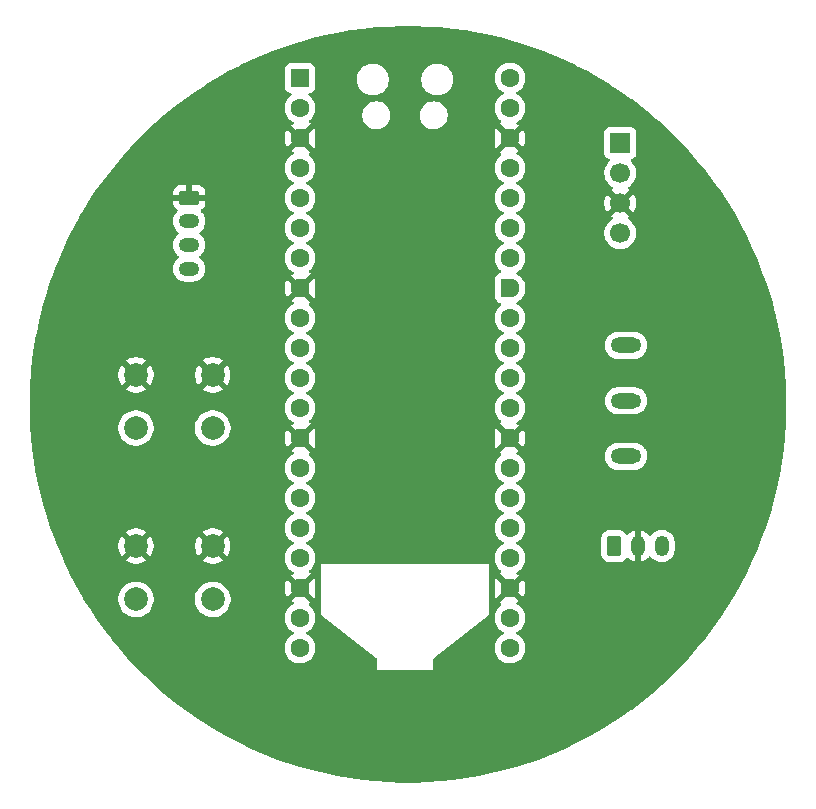
<source format=gbr>
%TF.GenerationSoftware,KiCad,Pcbnew,9.0.6*%
%TF.CreationDate,2025-12-15T22:36:04-06:00*%
%TF.ProjectId,turn-taker,7475726e-2d74-4616-9b65-722e6b696361,rev?*%
%TF.SameCoordinates,Original*%
%TF.FileFunction,Copper,L2,Bot*%
%TF.FilePolarity,Positive*%
%FSLAX46Y46*%
G04 Gerber Fmt 4.6, Leading zero omitted, Abs format (unit mm)*
G04 Created by KiCad (PCBNEW 9.0.6) date 2025-12-15 22:36:04*
%MOMM*%
%LPD*%
G01*
G04 APERTURE LIST*
G04 Aperture macros list*
%AMRoundRect*
0 Rectangle with rounded corners*
0 $1 Rounding radius*
0 $2 $3 $4 $5 $6 $7 $8 $9 X,Y pos of 4 corners*
0 Add a 4 corners polygon primitive as box body*
4,1,4,$2,$3,$4,$5,$6,$7,$8,$9,$2,$3,0*
0 Add four circle primitives for the rounded corners*
1,1,$1+$1,$2,$3*
1,1,$1+$1,$4,$5*
1,1,$1+$1,$6,$7*
1,1,$1+$1,$8,$9*
0 Add four rect primitives between the rounded corners*
20,1,$1+$1,$2,$3,$4,$5,0*
20,1,$1+$1,$4,$5,$6,$7,0*
20,1,$1+$1,$6,$7,$8,$9,0*
20,1,$1+$1,$8,$9,$2,$3,0*%
%AMFreePoly0*
4,1,37,0.603843,0.796157,0.639018,0.796157,0.711114,0.766294,0.766294,0.711114,0.796157,0.639018,0.796157,0.603843,0.800000,0.600000,0.800000,-0.600000,0.796157,-0.603843,0.796157,-0.639018,0.766294,-0.711114,0.711114,-0.766294,0.639018,-0.796157,0.603843,-0.796157,0.600000,-0.800000,0.000000,-0.800000,0.000000,-0.796148,-0.078414,-0.796148,-0.232228,-0.765552,-0.377117,-0.705537,
-0.507515,-0.618408,-0.618408,-0.507515,-0.705537,-0.377117,-0.765552,-0.232228,-0.796148,-0.078414,-0.796148,0.078414,-0.765552,0.232228,-0.705537,0.377117,-0.618408,0.507515,-0.507515,0.618408,-0.377117,0.705537,-0.232228,0.765552,-0.078414,0.796148,0.000000,0.796148,0.000000,0.800000,0.600000,0.800000,0.603843,0.796157,0.603843,0.796157,$1*%
%AMFreePoly1*
4,1,37,0.000000,0.796148,0.078414,0.796148,0.232228,0.765552,0.377117,0.705537,0.507515,0.618408,0.618408,0.507515,0.705537,0.377117,0.765552,0.232228,0.796148,0.078414,0.796148,-0.078414,0.765552,-0.232228,0.705537,-0.377117,0.618408,-0.507515,0.507515,-0.618408,0.377117,-0.705537,0.232228,-0.765552,0.078414,-0.796148,0.000000,-0.796148,0.000000,-0.800000,-0.600000,-0.800000,
-0.603843,-0.796157,-0.639018,-0.796157,-0.711114,-0.766294,-0.766294,-0.711114,-0.796157,-0.639018,-0.796157,-0.603843,-0.800000,-0.600000,-0.800000,0.600000,-0.796157,0.603843,-0.796157,0.639018,-0.766294,0.711114,-0.711114,0.766294,-0.639018,0.796157,-0.603843,0.796157,-0.600000,0.800000,0.000000,0.800000,0.000000,0.796148,0.000000,0.796148,$1*%
G04 Aperture macros list end*
%TA.AperFunction,ComponentPad*%
%ADD10RoundRect,0.200000X-0.600000X-0.600000X0.600000X-0.600000X0.600000X0.600000X-0.600000X0.600000X0*%
%TD*%
%TA.AperFunction,ComponentPad*%
%ADD11C,1.600000*%
%TD*%
%TA.AperFunction,ComponentPad*%
%ADD12FreePoly0,0.000000*%
%TD*%
%TA.AperFunction,ComponentPad*%
%ADD13FreePoly1,0.000000*%
%TD*%
%TA.AperFunction,ComponentPad*%
%ADD14R,1.700000X1.700000*%
%TD*%
%TA.AperFunction,ComponentPad*%
%ADD15C,1.700000*%
%TD*%
%TA.AperFunction,ComponentPad*%
%ADD16C,2.000000*%
%TD*%
%TA.AperFunction,ComponentPad*%
%ADD17O,2.600000X1.300000*%
%TD*%
%TA.AperFunction,ComponentPad*%
%ADD18RoundRect,0.250000X-0.350000X-0.625000X0.350000X-0.625000X0.350000X0.625000X-0.350000X0.625000X0*%
%TD*%
%TA.AperFunction,ComponentPad*%
%ADD19O,1.200000X1.750000*%
%TD*%
%TA.AperFunction,ComponentPad*%
%ADD20RoundRect,0.250000X-0.625000X0.350000X-0.625000X-0.350000X0.625000X-0.350000X0.625000X0.350000X0*%
%TD*%
%TA.AperFunction,ComponentPad*%
%ADD21O,1.750000X1.200000*%
%TD*%
G04 APERTURE END LIST*
D10*
%TO.P,A1,1,GPIO0*%
%TO.N,unconnected-(A1-GPIO0-Pad1)*%
X172385000Y-58870000D03*
D11*
%TO.P,A1,2,GPIO1*%
%TO.N,unconnected-(A1-GPIO1-Pad2)*%
X172385000Y-61410000D03*
D12*
%TO.P,A1,3,GND*%
%TO.N,GND*%
X172385000Y-63950000D03*
D11*
%TO.P,A1,4,GPIO2*%
%TO.N,unconnected-(A1-GPIO2-Pad4)_1*%
X172385000Y-66490000D03*
%TO.P,A1,5,GPIO3*%
%TO.N,unconnected-(A1-GPIO3-Pad5)_1*%
X172385000Y-69030000D03*
%TO.P,A1,6,GPIO4*%
%TO.N,Net-(A1-GPIO4)*%
X172385000Y-71570000D03*
%TO.P,A1,7,GPIO5*%
%TO.N,Net-(A1-GPIO5)*%
X172385000Y-74110000D03*
D12*
%TO.P,A1,8,GND*%
%TO.N,GND*%
X172385000Y-76650000D03*
D11*
%TO.P,A1,9,GPIO6*%
%TO.N,unconnected-(A1-GPIO6-Pad9)*%
X172385000Y-79190000D03*
%TO.P,A1,10,GPIO7*%
%TO.N,unconnected-(A1-GPIO7-Pad10)_1*%
X172385000Y-81730000D03*
%TO.P,A1,11,GPIO8*%
%TO.N,unconnected-(A1-GPIO8-Pad11)_1*%
X172385000Y-84270000D03*
%TO.P,A1,12,GPIO9*%
%TO.N,unconnected-(A1-GPIO9-Pad12)*%
X172385000Y-86810000D03*
D12*
%TO.P,A1,13,GND*%
%TO.N,GND*%
X172385000Y-89350000D03*
D11*
%TO.P,A1,14,GPIO10*%
%TO.N,unconnected-(A1-GPIO10-Pad14)_1*%
X172385000Y-91890000D03*
%TO.P,A1,15,GPIO11*%
%TO.N,unconnected-(A1-GPIO11-Pad15)_1*%
X172385000Y-94430000D03*
%TO.P,A1,16,GPIO12*%
%TO.N,unconnected-(A1-GPIO12-Pad16)*%
X172385000Y-96970000D03*
%TO.P,A1,17,GPIO13*%
%TO.N,unconnected-(A1-GPIO13-Pad17)*%
X172385000Y-99510000D03*
D12*
%TO.P,A1,18,GND*%
%TO.N,GND*%
X172385000Y-102050000D03*
D11*
%TO.P,A1,19,GPIO14*%
%TO.N,Net-(A1-GPIO14)*%
X172385000Y-104590000D03*
%TO.P,A1,20,GPIO15*%
%TO.N,Net-(A1-GPIO15)*%
X172385000Y-107130000D03*
%TO.P,A1,21,GPIO16*%
%TO.N,unconnected-(A1-GPIO16-Pad21)_1*%
X190165000Y-107130000D03*
%TO.P,A1,22,GPIO17*%
%TO.N,unconnected-(A1-GPIO17-Pad22)*%
X190165000Y-104590000D03*
D13*
%TO.P,A1,23,GND*%
%TO.N,GND*%
X190165000Y-102050000D03*
D11*
%TO.P,A1,24,GPIO18*%
%TO.N,unconnected-(A1-GPIO18-Pad24)*%
X190165000Y-99510000D03*
%TO.P,A1,25,GPIO19*%
%TO.N,unconnected-(A1-GPIO19-Pad25)_1*%
X190165000Y-96970000D03*
%TO.P,A1,26,GPIO20*%
%TO.N,unconnected-(A1-GPIO20-Pad26)*%
X190165000Y-94430000D03*
%TO.P,A1,27,GPIO21*%
%TO.N,unconnected-(A1-GPIO21-Pad27)*%
X190165000Y-91890000D03*
D13*
%TO.P,A1,28,GND*%
%TO.N,GND*%
X190165000Y-89350000D03*
D11*
%TO.P,A1,29,GPIO22*%
%TO.N,unconnected-(A1-GPIO22-Pad29)*%
X190165000Y-86810000D03*
%TO.P,A1,30,RUN*%
%TO.N,unconnected-(A1-RUN-Pad30)*%
X190165000Y-84270000D03*
%TO.P,A1,31,GPIO26_ADC0*%
%TO.N,unconnected-(A1-GPIO26_ADC0-Pad31)*%
X190165000Y-81730000D03*
%TO.P,A1,32,GPIO27_ADC1*%
%TO.N,unconnected-(A1-GPIO27_ADC1-Pad32)_1*%
X190165000Y-79190000D03*
D13*
%TO.P,A1,33,AGND*%
%TO.N,unconnected-(A1-AGND-Pad33)*%
X190165000Y-76650000D03*
D11*
%TO.P,A1,34,GPIO28_ADC2*%
%TO.N,unconnected-(A1-GPIO28_ADC2-Pad34)_1*%
X190165000Y-74110000D03*
%TO.P,A1,35,ADC_VREF*%
%TO.N,unconnected-(A1-ADC_VREF-Pad35)_1*%
X190165000Y-71570000D03*
%TO.P,A1,36,3V3*%
%TO.N,unconnected-(A1-3V3-Pad36)_1*%
X190165000Y-69030000D03*
%TO.P,A1,37,3V3_EN*%
%TO.N,unconnected-(A1-3V3_EN-Pad37)*%
X190165000Y-66490000D03*
D13*
%TO.P,A1,38,GND*%
%TO.N,GND*%
X190165000Y-63950000D03*
D11*
%TO.P,A1,39,VSYS*%
%TO.N,+5V*%
X190165000Y-61410000D03*
%TO.P,A1,40,VBUS*%
%TO.N,unconnected-(A1-VBUS-Pad40)*%
X190165000Y-58870000D03*
%TD*%
D14*
%TO.P,J2,1,Pin_1*%
%TO.N,Net-(J2-Pin_1)*%
X199500000Y-64380000D03*
D15*
%TO.P,J2,2,Pin_2*%
%TO.N,+5V*%
X199500000Y-66920000D03*
%TO.P,J2,3,Pin_3*%
%TO.N,GND*%
X199500000Y-69460000D03*
%TO.P,J2,4,Pin_4*%
%TO.N,Net-(J2-Pin_1)*%
X199500000Y-72000000D03*
%TD*%
D16*
%TO.P,SW1,1,1*%
%TO.N,GND*%
X158500000Y-84000000D03*
X165000000Y-84000000D03*
%TO.P,SW1,2,2*%
%TO.N,Net-(A1-GPIO14)*%
X158500000Y-88500000D03*
X165000000Y-88500000D03*
%TD*%
D17*
%TO.P,S1,1*%
%TO.N,Net-(J2-Pin_1)*%
X200000000Y-90900000D03*
%TO.P,S1,2*%
%TO.N,BAT+*%
X200000000Y-86200000D03*
%TO.P,S1,3*%
%TO.N,unconnected-(S1-Pad3)*%
X200000000Y-81500000D03*
%TD*%
D18*
%TO.P,Bat_In1,1,Pin_1*%
%TO.N,BAT+*%
X199000000Y-98500000D03*
D19*
%TO.P,Bat_In1,2,Pin_2*%
%TO.N,GND*%
X201000000Y-98500000D03*
%TO.P,Bat_In1,3*%
%TO.N,N/C*%
X203000000Y-98500000D03*
%TD*%
D16*
%TO.P,SW2,1,1*%
%TO.N,GND*%
X158500000Y-98500000D03*
X165000000Y-98500000D03*
%TO.P,SW2,2,2*%
%TO.N,Net-(A1-GPIO15)*%
X158500000Y-103000000D03*
X165000000Y-103000000D03*
%TD*%
D20*
%TO.P,J1,1,Pin_1*%
%TO.N,GND*%
X163000000Y-69000000D03*
D21*
%TO.P,J1,2,Pin_2*%
%TO.N,+5V*%
X163000000Y-71000000D03*
%TO.P,J1,3,Pin_3*%
%TO.N,Net-(A1-GPIO4)*%
X163000000Y-73000000D03*
%TO.P,J1,4,Pin_4*%
%TO.N,Net-(A1-GPIO5)*%
X163000000Y-75000000D03*
%TD*%
%TA.AperFunction,Conductor*%
%TO.N,GND*%
G36*
X182082574Y-54471676D02*
G01*
X182108114Y-54472548D01*
X183171576Y-54508877D01*
X183175696Y-54509089D01*
X184262791Y-54583447D01*
X184266973Y-54583805D01*
X185350899Y-54695236D01*
X185355012Y-54695730D01*
X186434501Y-54844103D01*
X186438629Y-54844742D01*
X187512396Y-55029879D01*
X187516555Y-55030670D01*
X187726535Y-55074304D01*
X188583355Y-55252353D01*
X188587409Y-55253268D01*
X189646074Y-55511256D01*
X189650080Y-55512305D01*
X190699310Y-55806286D01*
X190703363Y-55807496D01*
X191741909Y-56137116D01*
X191745889Y-56138455D01*
X192772569Y-56503337D01*
X192776493Y-56504808D01*
X193790133Y-56904537D01*
X193794045Y-56906157D01*
X194793398Y-57340238D01*
X194797252Y-57341991D01*
X194980316Y-57429052D01*
X195781223Y-57809945D01*
X195784972Y-57811807D01*
X196752427Y-58313102D01*
X196756139Y-58315107D01*
X197705888Y-58849124D01*
X197709542Y-58851262D01*
X198640465Y-59417369D01*
X198644045Y-59419630D01*
X198914760Y-59597192D01*
X199501884Y-59982287D01*
X199555155Y-60017227D01*
X199558648Y-60019605D01*
X200448792Y-60647937D01*
X200452173Y-60650411D01*
X200834873Y-60940621D01*
X201320375Y-61308789D01*
X201323705Y-61311405D01*
X202168926Y-61999043D01*
X202172121Y-62001735D01*
X202557899Y-62338116D01*
X202993333Y-62717796D01*
X202996477Y-62720632D01*
X203792814Y-63464358D01*
X203795858Y-63467301D01*
X204566263Y-64237706D01*
X204569206Y-64240750D01*
X205312932Y-65037087D01*
X205315768Y-65040231D01*
X205692544Y-65472335D01*
X206004538Y-65830145D01*
X206031811Y-65861422D01*
X206034525Y-65864644D01*
X206317271Y-66212184D01*
X206722159Y-66709859D01*
X206724775Y-66713189D01*
X207383140Y-67581373D01*
X207385634Y-67584782D01*
X207643510Y-67950109D01*
X208013954Y-68474909D01*
X208016337Y-68478409D01*
X208613934Y-69389519D01*
X208616195Y-69393099D01*
X209182302Y-70324022D01*
X209184440Y-70327676D01*
X209718457Y-71277425D01*
X209720469Y-71281151D01*
X210221746Y-72248571D01*
X210223629Y-72252363D01*
X210691573Y-73236312D01*
X210693326Y-73240166D01*
X211127407Y-74239519D01*
X211129027Y-74243431D01*
X211528756Y-75257071D01*
X211530238Y-75261027D01*
X211622688Y-75521155D01*
X211895103Y-76287659D01*
X211896453Y-76291672D01*
X212226066Y-77330197D01*
X212227278Y-77334254D01*
X212391824Y-77921523D01*
X212509856Y-78342786D01*
X212521247Y-78383439D01*
X212522317Y-78387531D01*
X212596218Y-78690781D01*
X212780286Y-79446111D01*
X212781218Y-79450242D01*
X213002894Y-80517009D01*
X213003685Y-80521168D01*
X213188817Y-81594907D01*
X213189465Y-81599091D01*
X213337828Y-82678507D01*
X213338333Y-82682711D01*
X213449757Y-83766573D01*
X213450118Y-83770792D01*
X213524472Y-84857812D01*
X213524689Y-84862040D01*
X213561889Y-85950990D01*
X213561961Y-85955224D01*
X213561961Y-87044775D01*
X213561889Y-87049009D01*
X213524689Y-88137959D01*
X213524472Y-88142187D01*
X213450118Y-89229207D01*
X213449757Y-89233426D01*
X213338333Y-90317288D01*
X213337828Y-90321492D01*
X213189465Y-91400908D01*
X213188817Y-91405092D01*
X213003685Y-92478831D01*
X213002894Y-92482990D01*
X212781218Y-93549757D01*
X212780286Y-93553888D01*
X212522319Y-94612464D01*
X212521247Y-94616560D01*
X212227278Y-95665745D01*
X212226066Y-95669802D01*
X211896453Y-96708327D01*
X211895103Y-96712340D01*
X211530242Y-97738963D01*
X211528756Y-97742928D01*
X211129027Y-98756568D01*
X211127407Y-98760480D01*
X210693326Y-99759833D01*
X210691573Y-99763687D01*
X210223629Y-100747636D01*
X210221746Y-100751428D01*
X209720469Y-101718848D01*
X209718457Y-101722574D01*
X209184440Y-102672323D01*
X209182302Y-102675977D01*
X208616195Y-103606900D01*
X208613934Y-103610480D01*
X208016337Y-104521590D01*
X208013954Y-104525090D01*
X207385640Y-105415209D01*
X207383140Y-105418626D01*
X206724775Y-106286810D01*
X206722159Y-106290140D01*
X206034539Y-107135339D01*
X206031811Y-107138577D01*
X205315768Y-107959768D01*
X205312932Y-107962912D01*
X204569206Y-108759249D01*
X204566263Y-108762293D01*
X203795858Y-109532698D01*
X203792814Y-109535641D01*
X202996477Y-110279367D01*
X202993333Y-110282203D01*
X202172142Y-110998246D01*
X202168904Y-111000974D01*
X201323705Y-111688594D01*
X201320375Y-111691210D01*
X200452191Y-112349575D01*
X200448774Y-112352075D01*
X199558655Y-112980389D01*
X199555155Y-112982772D01*
X198644045Y-113580369D01*
X198640465Y-113582630D01*
X197709542Y-114148737D01*
X197705888Y-114150875D01*
X196756139Y-114684892D01*
X196752413Y-114686904D01*
X195784993Y-115188181D01*
X195781201Y-115190064D01*
X194797252Y-115658008D01*
X194793398Y-115659761D01*
X193794045Y-116093842D01*
X193790133Y-116095462D01*
X192776493Y-116495191D01*
X192772528Y-116496677D01*
X191745905Y-116861538D01*
X191741892Y-116862888D01*
X190703367Y-117192501D01*
X190699310Y-117193713D01*
X189650125Y-117487682D01*
X189646029Y-117488754D01*
X188587453Y-117746721D01*
X188583322Y-117747653D01*
X187516555Y-117969329D01*
X187512396Y-117970120D01*
X186438657Y-118155252D01*
X186434473Y-118155900D01*
X185355057Y-118304263D01*
X185350853Y-118304768D01*
X184266991Y-118416192D01*
X184262772Y-118416553D01*
X183175752Y-118490907D01*
X183171524Y-118491124D01*
X182082575Y-118528324D01*
X182078341Y-118528396D01*
X180988789Y-118528396D01*
X180984555Y-118528324D01*
X179895605Y-118491124D01*
X179891377Y-118490907D01*
X178804357Y-118416553D01*
X178800138Y-118416192D01*
X177716276Y-118304768D01*
X177712072Y-118304263D01*
X176632656Y-118155900D01*
X176628472Y-118155252D01*
X175554733Y-117970120D01*
X175550574Y-117969329D01*
X174483807Y-117747653D01*
X174479676Y-117746721D01*
X173421100Y-117488754D01*
X173417004Y-117487682D01*
X172367819Y-117193713D01*
X172363762Y-117192501D01*
X171325237Y-116862888D01*
X171321224Y-116861538D01*
X170294601Y-116496677D01*
X170290636Y-116495191D01*
X169276996Y-116095462D01*
X169273084Y-116093842D01*
X168273731Y-115659761D01*
X168269877Y-115658008D01*
X167285928Y-115190064D01*
X167282136Y-115188181D01*
X166314716Y-114686904D01*
X166310990Y-114684892D01*
X165361241Y-114150875D01*
X165357587Y-114148737D01*
X164426664Y-113582630D01*
X164423084Y-113580369D01*
X163511974Y-112982772D01*
X163508474Y-112980389D01*
X163146811Y-112725099D01*
X162618347Y-112352069D01*
X162614938Y-112349575D01*
X161746754Y-111691210D01*
X161743424Y-111688594D01*
X161298461Y-111326590D01*
X160898209Y-111000960D01*
X160895003Y-110998259D01*
X160589415Y-110731801D01*
X160073796Y-110282203D01*
X160070652Y-110279367D01*
X159274315Y-109535641D01*
X159271271Y-109532698D01*
X158500866Y-108762293D01*
X158497923Y-108759249D01*
X157754197Y-107962912D01*
X157751361Y-107959768D01*
X157117085Y-107232351D01*
X157035300Y-107138556D01*
X157032608Y-107135361D01*
X156473716Y-106448390D01*
X156344970Y-106290140D01*
X156342354Y-106286810D01*
X155971291Y-105797490D01*
X155683976Y-105418608D01*
X155681489Y-105415209D01*
X155451383Y-105089223D01*
X155053170Y-104525083D01*
X155050792Y-104521590D01*
X155028529Y-104487648D01*
X154648594Y-103908390D01*
X154453195Y-103610480D01*
X154450934Y-103606900D01*
X154046273Y-102941464D01*
X154010053Y-102881902D01*
X156999500Y-102881902D01*
X156999500Y-103118097D01*
X157036446Y-103351368D01*
X157109433Y-103575996D01*
X157194415Y-103742781D01*
X157216657Y-103786433D01*
X157355483Y-103977510D01*
X157522490Y-104144517D01*
X157713567Y-104283343D01*
X157812991Y-104334002D01*
X157924003Y-104390566D01*
X157924005Y-104390566D01*
X157924008Y-104390568D01*
X158044412Y-104429689D01*
X158148631Y-104463553D01*
X158381903Y-104500500D01*
X158381908Y-104500500D01*
X158618097Y-104500500D01*
X158851368Y-104463553D01*
X159075992Y-104390568D01*
X159286433Y-104283343D01*
X159477510Y-104144517D01*
X159644517Y-103977510D01*
X159783343Y-103786433D01*
X159890568Y-103575992D01*
X159963553Y-103351368D01*
X159969066Y-103316559D01*
X160000500Y-103118097D01*
X160000500Y-102881902D01*
X163499500Y-102881902D01*
X163499500Y-103118097D01*
X163536446Y-103351368D01*
X163609433Y-103575996D01*
X163694415Y-103742781D01*
X163716657Y-103786433D01*
X163855483Y-103977510D01*
X164022490Y-104144517D01*
X164213567Y-104283343D01*
X164312991Y-104334002D01*
X164424003Y-104390566D01*
X164424005Y-104390566D01*
X164424008Y-104390568D01*
X164544412Y-104429689D01*
X164648631Y-104463553D01*
X164881903Y-104500500D01*
X164881908Y-104500500D01*
X165118097Y-104500500D01*
X165351368Y-104463553D01*
X165575992Y-104390568D01*
X165786433Y-104283343D01*
X165977510Y-104144517D01*
X166144517Y-103977510D01*
X166283343Y-103786433D01*
X166390568Y-103575992D01*
X166463553Y-103351368D01*
X166469066Y-103316559D01*
X166500500Y-103118097D01*
X166500500Y-102881902D01*
X166463553Y-102648631D01*
X166407660Y-102476612D01*
X166390568Y-102424008D01*
X166390566Y-102424005D01*
X166390566Y-102424003D01*
X166290341Y-102227302D01*
X166283343Y-102213567D01*
X166144517Y-102022490D01*
X165977510Y-101855483D01*
X165786433Y-101716657D01*
X165746771Y-101696448D01*
X165575996Y-101609433D01*
X165351368Y-101536446D01*
X165118097Y-101499500D01*
X165118092Y-101499500D01*
X164881908Y-101499500D01*
X164881903Y-101499500D01*
X164648631Y-101536446D01*
X164424003Y-101609433D01*
X164213566Y-101716657D01*
X164104550Y-101795862D01*
X164022490Y-101855483D01*
X164022488Y-101855485D01*
X164022487Y-101855485D01*
X163855485Y-102022487D01*
X163855485Y-102022488D01*
X163855483Y-102022490D01*
X163835496Y-102050000D01*
X163716657Y-102213566D01*
X163609433Y-102424003D01*
X163536446Y-102648631D01*
X163499500Y-102881902D01*
X160000500Y-102881902D01*
X159963553Y-102648631D01*
X159907660Y-102476612D01*
X159890568Y-102424008D01*
X159890566Y-102424005D01*
X159890566Y-102424003D01*
X159790341Y-102227302D01*
X159783343Y-102213567D01*
X159644517Y-102022490D01*
X159477510Y-101855483D01*
X159286433Y-101716657D01*
X159246771Y-101696448D01*
X159075996Y-101609433D01*
X158851368Y-101536446D01*
X158618097Y-101499500D01*
X158618092Y-101499500D01*
X158381908Y-101499500D01*
X158381903Y-101499500D01*
X158148631Y-101536446D01*
X157924003Y-101609433D01*
X157713566Y-101716657D01*
X157604550Y-101795862D01*
X157522490Y-101855483D01*
X157522488Y-101855485D01*
X157522487Y-101855485D01*
X157355485Y-102022487D01*
X157355485Y-102022488D01*
X157355483Y-102022490D01*
X157335496Y-102050000D01*
X157216657Y-102213566D01*
X157109433Y-102424003D01*
X157036446Y-102648631D01*
X156999500Y-102881902D01*
X154010053Y-102881902D01*
X153884827Y-102675977D01*
X153882689Y-102672323D01*
X153577075Y-102128789D01*
X153348665Y-101722562D01*
X153346660Y-101718848D01*
X153345525Y-101716657D01*
X152845372Y-100751407D01*
X152843500Y-100747636D01*
X152827518Y-100714031D01*
X152423737Y-99864998D01*
X152375556Y-99763687D01*
X152373803Y-99759834D01*
X152373803Y-99759833D01*
X151939721Y-98760477D01*
X151938102Y-98756568D01*
X151806388Y-98422565D01*
X151790370Y-98381947D01*
X157000000Y-98381947D01*
X157000000Y-98618052D01*
X157036934Y-98851247D01*
X157109897Y-99075802D01*
X157217087Y-99286174D01*
X157277338Y-99369104D01*
X157277340Y-99369105D01*
X157976212Y-98670233D01*
X157987482Y-98712292D01*
X158059890Y-98837708D01*
X158162292Y-98940110D01*
X158287708Y-99012518D01*
X158329765Y-99023787D01*
X157630893Y-99722658D01*
X157713828Y-99782914D01*
X157924197Y-99890102D01*
X158148752Y-99963065D01*
X158148751Y-99963065D01*
X158381948Y-100000000D01*
X158618052Y-100000000D01*
X158851247Y-99963065D01*
X159075802Y-99890102D01*
X159286163Y-99782918D01*
X159286169Y-99782914D01*
X159369104Y-99722658D01*
X159369105Y-99722658D01*
X158670233Y-99023787D01*
X158712292Y-99012518D01*
X158837708Y-98940110D01*
X158940110Y-98837708D01*
X159012518Y-98712292D01*
X159023787Y-98670234D01*
X159722658Y-99369105D01*
X159722658Y-99369104D01*
X159782914Y-99286169D01*
X159782918Y-99286163D01*
X159890102Y-99075802D01*
X159963065Y-98851247D01*
X160000000Y-98618052D01*
X160000000Y-98381947D01*
X163500000Y-98381947D01*
X163500000Y-98618052D01*
X163536934Y-98851247D01*
X163609897Y-99075802D01*
X163717087Y-99286174D01*
X163777338Y-99369104D01*
X163777340Y-99369105D01*
X164476212Y-98670233D01*
X164487482Y-98712292D01*
X164559890Y-98837708D01*
X164662292Y-98940110D01*
X164787708Y-99012518D01*
X164829765Y-99023787D01*
X164130893Y-99722658D01*
X164213828Y-99782914D01*
X164424197Y-99890102D01*
X164648752Y-99963065D01*
X164648751Y-99963065D01*
X164881948Y-100000000D01*
X165118052Y-100000000D01*
X165351247Y-99963065D01*
X165575802Y-99890102D01*
X165786163Y-99782918D01*
X165786169Y-99782914D01*
X165869104Y-99722658D01*
X165869105Y-99722658D01*
X165170233Y-99023787D01*
X165212292Y-99012518D01*
X165337708Y-98940110D01*
X165440110Y-98837708D01*
X165512518Y-98712292D01*
X165523787Y-98670234D01*
X166222658Y-99369105D01*
X166222658Y-99369104D01*
X166282914Y-99286169D01*
X166282918Y-99286163D01*
X166390102Y-99075802D01*
X166463065Y-98851247D01*
X166500000Y-98618052D01*
X166500000Y-98381947D01*
X166463065Y-98148752D01*
X166390102Y-97924197D01*
X166282914Y-97713828D01*
X166222658Y-97630894D01*
X166222658Y-97630893D01*
X165523787Y-98329765D01*
X165512518Y-98287708D01*
X165440110Y-98162292D01*
X165337708Y-98059890D01*
X165212292Y-97987482D01*
X165170234Y-97976212D01*
X165869105Y-97277340D01*
X165869104Y-97277338D01*
X165786174Y-97217087D01*
X165575802Y-97109897D01*
X165351247Y-97036934D01*
X165351248Y-97036934D01*
X165118052Y-97000000D01*
X164881948Y-97000000D01*
X164648752Y-97036934D01*
X164424197Y-97109897D01*
X164213830Y-97217084D01*
X164130894Y-97277340D01*
X164829766Y-97976212D01*
X164787708Y-97987482D01*
X164662292Y-98059890D01*
X164559890Y-98162292D01*
X164487482Y-98287708D01*
X164476212Y-98329766D01*
X163777340Y-97630894D01*
X163717084Y-97713830D01*
X163609897Y-97924197D01*
X163536934Y-98148752D01*
X163500000Y-98381947D01*
X160000000Y-98381947D01*
X159963065Y-98148752D01*
X159890102Y-97924197D01*
X159782914Y-97713828D01*
X159722658Y-97630894D01*
X159722658Y-97630893D01*
X159023787Y-98329765D01*
X159012518Y-98287708D01*
X158940110Y-98162292D01*
X158837708Y-98059890D01*
X158712292Y-97987482D01*
X158670234Y-97976212D01*
X159369105Y-97277340D01*
X159369104Y-97277339D01*
X159286174Y-97217087D01*
X159075802Y-97109897D01*
X158851247Y-97036934D01*
X158851248Y-97036934D01*
X158618052Y-97000000D01*
X158381948Y-97000000D01*
X158148752Y-97036934D01*
X157924197Y-97109897D01*
X157713830Y-97217084D01*
X157630894Y-97277340D01*
X158329766Y-97976212D01*
X158287708Y-97987482D01*
X158162292Y-98059890D01*
X158059890Y-98162292D01*
X157987482Y-98287708D01*
X157976212Y-98329766D01*
X157277340Y-97630894D01*
X157217084Y-97713830D01*
X157109897Y-97924197D01*
X157036934Y-98148752D01*
X157000000Y-98381947D01*
X151790370Y-98381947D01*
X151538373Y-97742928D01*
X151536902Y-97739004D01*
X151172020Y-96712324D01*
X151170676Y-96708327D01*
X151157072Y-96665465D01*
X150841061Y-95669798D01*
X150839851Y-95665745D01*
X150805259Y-95542284D01*
X150545870Y-94616515D01*
X150544821Y-94612509D01*
X150286833Y-93553844D01*
X150285918Y-93549790D01*
X150064235Y-92482990D01*
X150063444Y-92478831D01*
X149989592Y-92050500D01*
X149878307Y-91405064D01*
X149877664Y-91400908D01*
X149729295Y-90321447D01*
X149728801Y-90317334D01*
X149617370Y-89233408D01*
X149617011Y-89229207D01*
X149613146Y-89172697D01*
X149559055Y-88381902D01*
X156999500Y-88381902D01*
X156999500Y-88618097D01*
X157036446Y-88851368D01*
X157109433Y-89075996D01*
X157208900Y-89271210D01*
X157216657Y-89286433D01*
X157355483Y-89477510D01*
X157522490Y-89644517D01*
X157713567Y-89783343D01*
X157777513Y-89815925D01*
X157924003Y-89890566D01*
X157924005Y-89890566D01*
X157924008Y-89890568D01*
X158002292Y-89916004D01*
X158148631Y-89963553D01*
X158381903Y-90000500D01*
X158381908Y-90000500D01*
X158618097Y-90000500D01*
X158851368Y-89963553D01*
X159075992Y-89890568D01*
X159286433Y-89783343D01*
X159477510Y-89644517D01*
X159644517Y-89477510D01*
X159783343Y-89286433D01*
X159890568Y-89075992D01*
X159963553Y-88851368D01*
X159985911Y-88710204D01*
X160000500Y-88618097D01*
X160000500Y-88381902D01*
X163499500Y-88381902D01*
X163499500Y-88618097D01*
X163536446Y-88851368D01*
X163609433Y-89075996D01*
X163708900Y-89271210D01*
X163716657Y-89286433D01*
X163855483Y-89477510D01*
X164022490Y-89644517D01*
X164213567Y-89783343D01*
X164277513Y-89815925D01*
X164424003Y-89890566D01*
X164424005Y-89890566D01*
X164424008Y-89890568D01*
X164502292Y-89916004D01*
X164648631Y-89963553D01*
X164881903Y-90000500D01*
X164881908Y-90000500D01*
X165118097Y-90000500D01*
X165351368Y-89963553D01*
X165575992Y-89890568D01*
X165786433Y-89783343D01*
X165977510Y-89644517D01*
X166144517Y-89477510D01*
X166283343Y-89286433D01*
X166341295Y-89172697D01*
X166390566Y-89075996D01*
X166390566Y-89075995D01*
X166390568Y-89075992D01*
X166463553Y-88851368D01*
X166485911Y-88710204D01*
X166500500Y-88618097D01*
X166500500Y-88381902D01*
X166463553Y-88148631D01*
X166404681Y-87967443D01*
X166390568Y-87924008D01*
X166390566Y-87924005D01*
X166390566Y-87924003D01*
X166328385Y-87801967D01*
X166283343Y-87713567D01*
X166144517Y-87522490D01*
X165977510Y-87355483D01*
X165786433Y-87216657D01*
X165575996Y-87109433D01*
X165351368Y-87036446D01*
X165118097Y-86999500D01*
X165118092Y-86999500D01*
X164881908Y-86999500D01*
X164881903Y-86999500D01*
X164648631Y-87036446D01*
X164424003Y-87109433D01*
X164213566Y-87216657D01*
X164104550Y-87295862D01*
X164022490Y-87355483D01*
X164022488Y-87355485D01*
X164022487Y-87355485D01*
X163855485Y-87522487D01*
X163855485Y-87522488D01*
X163855483Y-87522490D01*
X163795862Y-87604550D01*
X163716657Y-87713566D01*
X163609433Y-87924003D01*
X163536446Y-88148631D01*
X163499500Y-88381902D01*
X160000500Y-88381902D01*
X159963553Y-88148631D01*
X159904681Y-87967443D01*
X159890568Y-87924008D01*
X159890566Y-87924005D01*
X159890566Y-87924003D01*
X159828385Y-87801967D01*
X159783343Y-87713567D01*
X159644517Y-87522490D01*
X159477510Y-87355483D01*
X159286433Y-87216657D01*
X159075996Y-87109433D01*
X158851368Y-87036446D01*
X158618097Y-86999500D01*
X158618092Y-86999500D01*
X158381908Y-86999500D01*
X158381903Y-86999500D01*
X158148631Y-87036446D01*
X157924003Y-87109433D01*
X157713566Y-87216657D01*
X157604550Y-87295862D01*
X157522490Y-87355483D01*
X157522488Y-87355485D01*
X157522487Y-87355485D01*
X157355485Y-87522487D01*
X157355485Y-87522488D01*
X157355483Y-87522490D01*
X157295862Y-87604550D01*
X157216657Y-87713566D01*
X157109433Y-87924003D01*
X157036446Y-88148631D01*
X156999500Y-88381902D01*
X149559055Y-88381902D01*
X149542654Y-88142131D01*
X149542442Y-88138011D01*
X149505241Y-87049008D01*
X149505169Y-87044775D01*
X149505169Y-85955224D01*
X149505241Y-85950991D01*
X149511821Y-85758361D01*
X149542442Y-84861985D01*
X149542653Y-84857871D01*
X149609407Y-83881947D01*
X157000000Y-83881947D01*
X157000000Y-84118052D01*
X157036934Y-84351247D01*
X157109897Y-84575802D01*
X157217087Y-84786174D01*
X157277338Y-84869104D01*
X157277340Y-84869105D01*
X157976212Y-84170233D01*
X157987482Y-84212292D01*
X158059890Y-84337708D01*
X158162292Y-84440110D01*
X158287708Y-84512518D01*
X158329765Y-84523787D01*
X157630893Y-85222658D01*
X157713828Y-85282914D01*
X157924197Y-85390102D01*
X158148752Y-85463065D01*
X158148751Y-85463065D01*
X158381948Y-85500000D01*
X158618052Y-85500000D01*
X158851247Y-85463065D01*
X159075802Y-85390102D01*
X159286163Y-85282918D01*
X159286169Y-85282914D01*
X159369104Y-85222658D01*
X159369105Y-85222658D01*
X158670233Y-84523787D01*
X158712292Y-84512518D01*
X158837708Y-84440110D01*
X158940110Y-84337708D01*
X159012518Y-84212292D01*
X159023787Y-84170234D01*
X159722658Y-84869105D01*
X159722658Y-84869104D01*
X159782914Y-84786169D01*
X159782918Y-84786163D01*
X159890102Y-84575802D01*
X159963065Y-84351247D01*
X160000000Y-84118052D01*
X160000000Y-83881947D01*
X163500000Y-83881947D01*
X163500000Y-84118052D01*
X163536934Y-84351247D01*
X163609897Y-84575802D01*
X163717087Y-84786174D01*
X163777338Y-84869104D01*
X163777340Y-84869105D01*
X164476212Y-84170233D01*
X164487482Y-84212292D01*
X164559890Y-84337708D01*
X164662292Y-84440110D01*
X164787708Y-84512518D01*
X164829765Y-84523787D01*
X164130893Y-85222658D01*
X164213828Y-85282914D01*
X164424197Y-85390102D01*
X164648752Y-85463065D01*
X164648751Y-85463065D01*
X164881948Y-85500000D01*
X165118052Y-85500000D01*
X165351247Y-85463065D01*
X165575802Y-85390102D01*
X165786163Y-85282918D01*
X165786169Y-85282914D01*
X165869104Y-85222658D01*
X165869105Y-85222658D01*
X165170233Y-84523787D01*
X165212292Y-84512518D01*
X165337708Y-84440110D01*
X165440110Y-84337708D01*
X165512518Y-84212292D01*
X165523787Y-84170234D01*
X166222658Y-84869105D01*
X166222658Y-84869104D01*
X166282914Y-84786169D01*
X166282918Y-84786163D01*
X166390102Y-84575802D01*
X166463065Y-84351247D01*
X166500000Y-84118052D01*
X166500000Y-83881947D01*
X166463065Y-83648752D01*
X166390102Y-83424197D01*
X166282914Y-83213828D01*
X166222658Y-83130894D01*
X166222658Y-83130893D01*
X165523787Y-83829765D01*
X165512518Y-83787708D01*
X165440110Y-83662292D01*
X165337708Y-83559890D01*
X165212292Y-83487482D01*
X165170234Y-83476212D01*
X165869105Y-82777340D01*
X165869104Y-82777338D01*
X165786174Y-82717087D01*
X165575802Y-82609897D01*
X165351247Y-82536934D01*
X165351248Y-82536934D01*
X165118052Y-82500000D01*
X164881948Y-82500000D01*
X164648752Y-82536934D01*
X164424197Y-82609897D01*
X164213830Y-82717084D01*
X164130894Y-82777340D01*
X164829766Y-83476212D01*
X164787708Y-83487482D01*
X164662292Y-83559890D01*
X164559890Y-83662292D01*
X164487482Y-83787708D01*
X164476212Y-83829766D01*
X163777340Y-83130894D01*
X163717084Y-83213830D01*
X163609897Y-83424197D01*
X163536934Y-83648752D01*
X163500000Y-83881947D01*
X160000000Y-83881947D01*
X159963065Y-83648752D01*
X159890102Y-83424197D01*
X159782914Y-83213828D01*
X159722658Y-83130894D01*
X159722658Y-83130893D01*
X159023787Y-83829765D01*
X159012518Y-83787708D01*
X158940110Y-83662292D01*
X158837708Y-83559890D01*
X158712292Y-83487482D01*
X158670234Y-83476212D01*
X159369105Y-82777340D01*
X159369104Y-82777339D01*
X159286174Y-82717087D01*
X159075802Y-82609897D01*
X158851247Y-82536934D01*
X158851248Y-82536934D01*
X158618052Y-82500000D01*
X158381948Y-82500000D01*
X158148752Y-82536934D01*
X157924197Y-82609897D01*
X157713830Y-82717084D01*
X157630894Y-82777340D01*
X158329766Y-83476212D01*
X158287708Y-83487482D01*
X158162292Y-83559890D01*
X158059890Y-83662292D01*
X157987482Y-83787708D01*
X157976212Y-83829766D01*
X157277340Y-83130894D01*
X157217084Y-83213830D01*
X157109897Y-83424197D01*
X157036934Y-83648752D01*
X157000000Y-83881947D01*
X149609407Y-83881947D01*
X149617012Y-83770768D01*
X149617372Y-83766573D01*
X149728802Y-82682658D01*
X149729294Y-82678559D01*
X149877669Y-81599054D01*
X149878306Y-81594944D01*
X150063446Y-80521154D01*
X150064235Y-80517009D01*
X150081528Y-80433789D01*
X150285921Y-79450196D01*
X150286830Y-79446168D01*
X150544825Y-78387475D01*
X150545866Y-78383498D01*
X150839857Y-77334233D01*
X150841063Y-77330197D01*
X150847537Y-77309799D01*
X151170687Y-76291638D01*
X151172014Y-76287692D01*
X151536909Y-75260976D01*
X151538373Y-75257071D01*
X151552091Y-75222286D01*
X151721926Y-74791613D01*
X151938102Y-74243431D01*
X151939722Y-74239519D01*
X151951523Y-74212352D01*
X152373807Y-73240155D01*
X152375556Y-73236312D01*
X152414202Y-73155051D01*
X152843522Y-72252318D01*
X152845361Y-72248615D01*
X153346680Y-71281113D01*
X153348651Y-71277462D01*
X153553359Y-70913389D01*
X161624500Y-70913389D01*
X161624500Y-71086611D01*
X161651598Y-71257701D01*
X161705127Y-71422445D01*
X161783768Y-71576788D01*
X161885586Y-71716928D01*
X162008072Y-71839414D01*
X162008078Y-71839418D01*
X162091023Y-71899683D01*
X162133689Y-71955013D01*
X162139667Y-72024626D01*
X162107061Y-72086421D01*
X162091023Y-72100317D01*
X162008078Y-72160581D01*
X162008069Y-72160588D01*
X161885588Y-72283069D01*
X161885588Y-72283070D01*
X161885586Y-72283072D01*
X161861489Y-72316239D01*
X161783768Y-72423211D01*
X161705128Y-72577552D01*
X161651597Y-72742302D01*
X161624500Y-72913389D01*
X161624500Y-73086610D01*
X161650624Y-73251555D01*
X161651598Y-73257701D01*
X161705127Y-73422445D01*
X161783768Y-73576788D01*
X161885586Y-73716928D01*
X162008072Y-73839414D01*
X162008078Y-73839418D01*
X162091023Y-73899683D01*
X162133689Y-73955013D01*
X162139667Y-74024626D01*
X162107061Y-74086421D01*
X162091023Y-74100317D01*
X162008078Y-74160581D01*
X162008069Y-74160588D01*
X161885588Y-74283069D01*
X161885588Y-74283070D01*
X161885586Y-74283072D01*
X161841859Y-74343256D01*
X161783768Y-74423211D01*
X161705128Y-74577552D01*
X161651597Y-74742302D01*
X161643788Y-74791610D01*
X161624500Y-74913389D01*
X161624500Y-75086611D01*
X161626933Y-75101971D01*
X161644473Y-75212719D01*
X161651598Y-75257701D01*
X161705127Y-75422445D01*
X161783768Y-75576788D01*
X161885586Y-75716928D01*
X162008072Y-75839414D01*
X162148212Y-75941232D01*
X162302555Y-76019873D01*
X162467299Y-76073402D01*
X162638389Y-76100500D01*
X162638390Y-76100500D01*
X163361610Y-76100500D01*
X163361611Y-76100500D01*
X163532701Y-76073402D01*
X163697445Y-76019873D01*
X163851788Y-75941232D01*
X163991928Y-75839414D01*
X164114414Y-75716928D01*
X164216232Y-75576788D01*
X164294873Y-75422445D01*
X164348402Y-75257701D01*
X164375500Y-75086611D01*
X164375500Y-74913389D01*
X164348402Y-74742299D01*
X164294873Y-74577555D01*
X164216232Y-74423212D01*
X164114414Y-74283072D01*
X163991928Y-74160586D01*
X163908975Y-74100317D01*
X163866311Y-74044988D01*
X163860332Y-73975374D01*
X163892938Y-73913579D01*
X163908976Y-73899682D01*
X163991928Y-73839414D01*
X164114414Y-73716928D01*
X164216232Y-73576788D01*
X164294873Y-73422445D01*
X164348402Y-73257701D01*
X164375500Y-73086611D01*
X164375500Y-72913389D01*
X164348402Y-72742299D01*
X164294873Y-72577555D01*
X164216232Y-72423212D01*
X164114414Y-72283072D01*
X163991928Y-72160586D01*
X163908975Y-72100317D01*
X163866311Y-72044988D01*
X163860332Y-71975374D01*
X163892938Y-71913579D01*
X163908976Y-71899682D01*
X163991928Y-71839414D01*
X164114414Y-71716928D01*
X164216232Y-71576788D01*
X164294873Y-71422445D01*
X164348402Y-71257701D01*
X164375500Y-71086611D01*
X164375500Y-70913389D01*
X164348402Y-70742299D01*
X164294873Y-70577555D01*
X164216232Y-70423212D01*
X164114414Y-70283072D01*
X164006508Y-70175166D01*
X163973023Y-70113843D01*
X163978007Y-70044151D01*
X164019879Y-69988218D01*
X164029094Y-69981945D01*
X164093345Y-69942315D01*
X164217315Y-69818345D01*
X164309356Y-69669124D01*
X164309358Y-69669119D01*
X164364505Y-69502697D01*
X164364506Y-69502690D01*
X164374999Y-69399986D01*
X164375000Y-69399973D01*
X164375000Y-69250000D01*
X163280330Y-69250000D01*
X163300075Y-69230255D01*
X163349444Y-69144745D01*
X163375000Y-69049370D01*
X163375000Y-68950630D01*
X163349444Y-68855255D01*
X163300075Y-68769745D01*
X163280330Y-68750000D01*
X164374999Y-68750000D01*
X164374999Y-68600028D01*
X164374998Y-68600013D01*
X164364505Y-68497302D01*
X164309358Y-68330880D01*
X164309356Y-68330875D01*
X164217315Y-68181654D01*
X164093345Y-68057684D01*
X163944124Y-67965643D01*
X163944119Y-67965641D01*
X163777697Y-67910494D01*
X163777690Y-67910493D01*
X163674986Y-67900000D01*
X163250000Y-67900000D01*
X163250000Y-68719670D01*
X163230255Y-68699925D01*
X163144745Y-68650556D01*
X163049370Y-68625000D01*
X162950630Y-68625000D01*
X162855255Y-68650556D01*
X162769745Y-68699925D01*
X162750000Y-68719670D01*
X162750000Y-67900000D01*
X162325028Y-67900000D01*
X162325012Y-67900001D01*
X162222302Y-67910494D01*
X162055880Y-67965641D01*
X162055875Y-67965643D01*
X161906654Y-68057684D01*
X161782684Y-68181654D01*
X161690643Y-68330875D01*
X161690641Y-68330880D01*
X161635494Y-68497302D01*
X161635493Y-68497309D01*
X161625000Y-68600013D01*
X161625000Y-68750000D01*
X162719670Y-68750000D01*
X162699925Y-68769745D01*
X162650556Y-68855255D01*
X162625000Y-68950630D01*
X162625000Y-69049370D01*
X162650556Y-69144745D01*
X162699925Y-69230255D01*
X162719670Y-69250000D01*
X161625001Y-69250000D01*
X161625001Y-69399986D01*
X161635494Y-69502697D01*
X161690641Y-69669119D01*
X161690643Y-69669124D01*
X161782684Y-69818345D01*
X161906656Y-69942317D01*
X161970906Y-69981946D01*
X162017631Y-70033893D01*
X162028854Y-70102856D01*
X162001011Y-70166938D01*
X161993492Y-70175166D01*
X161885585Y-70283073D01*
X161783768Y-70423211D01*
X161705128Y-70577552D01*
X161651597Y-70742302D01*
X161636091Y-70840204D01*
X161624500Y-70913389D01*
X153553359Y-70913389D01*
X153882698Y-70327660D01*
X153884827Y-70324022D01*
X154450945Y-69393081D01*
X154453195Y-69389519D01*
X154476654Y-69353753D01*
X155050815Y-68478374D01*
X155053151Y-68474943D01*
X155681522Y-67584743D01*
X155683955Y-67581418D01*
X156342367Y-66713171D01*
X156344970Y-66709859D01*
X157032632Y-65864609D01*
X157035275Y-65861472D01*
X157751366Y-65040225D01*
X157754197Y-65037087D01*
X157991448Y-64783053D01*
X158497950Y-64240721D01*
X158500836Y-64237736D01*
X158867362Y-63871210D01*
X171080000Y-63871210D01*
X171080000Y-64028789D01*
X171089701Y-64127299D01*
X171089701Y-64127302D01*
X171120444Y-64281864D01*
X171149185Y-64376612D01*
X171209490Y-64522198D01*
X171256155Y-64609501D01*
X171256161Y-64609511D01*
X171302534Y-64678912D01*
X171902037Y-64079410D01*
X171919075Y-64142993D01*
X171984901Y-64257007D01*
X172077993Y-64350099D01*
X172192007Y-64415925D01*
X172255589Y-64432962D01*
X171656085Y-65032465D01*
X171725488Y-65078838D01*
X171725498Y-65078844D01*
X171791454Y-65114099D01*
X171841298Y-65163062D01*
X171856758Y-65231200D01*
X171832926Y-65296879D01*
X171789295Y-65333942D01*
X171703386Y-65377715D01*
X171537786Y-65498028D01*
X171393028Y-65642786D01*
X171272715Y-65808386D01*
X171179781Y-65990776D01*
X171116522Y-66185465D01*
X171084500Y-66387648D01*
X171084500Y-66592351D01*
X171116522Y-66794534D01*
X171179781Y-66989223D01*
X171272715Y-67171613D01*
X171393028Y-67337213D01*
X171537786Y-67481971D01*
X171674604Y-67581373D01*
X171703390Y-67602287D01*
X171794840Y-67648883D01*
X171796080Y-67649515D01*
X171846876Y-67697490D01*
X171863671Y-67765311D01*
X171841134Y-67831446D01*
X171796080Y-67870485D01*
X171703386Y-67917715D01*
X171537786Y-68038028D01*
X171393028Y-68182786D01*
X171272715Y-68348386D01*
X171179781Y-68530776D01*
X171116522Y-68725465D01*
X171084500Y-68927648D01*
X171084500Y-69132351D01*
X171116522Y-69334534D01*
X171179781Y-69529223D01*
X171272715Y-69711613D01*
X171393028Y-69877213D01*
X171537786Y-70021971D01*
X171649117Y-70102856D01*
X171703390Y-70142287D01*
X171767919Y-70175166D01*
X171796080Y-70189515D01*
X171846876Y-70237490D01*
X171863671Y-70305311D01*
X171841134Y-70371446D01*
X171796080Y-70410485D01*
X171703386Y-70457715D01*
X171537786Y-70578028D01*
X171393028Y-70722786D01*
X171272715Y-70888386D01*
X171179781Y-71070776D01*
X171116522Y-71265465D01*
X171084500Y-71467648D01*
X171084500Y-71672351D01*
X171116522Y-71874534D01*
X171179781Y-72069223D01*
X171226331Y-72160581D01*
X171272117Y-72250441D01*
X171272715Y-72251613D01*
X171393028Y-72417213D01*
X171537786Y-72561971D01*
X171692749Y-72674556D01*
X171703390Y-72682287D01*
X171794840Y-72728883D01*
X171796080Y-72729515D01*
X171846876Y-72777490D01*
X171863671Y-72845311D01*
X171841134Y-72911446D01*
X171796080Y-72950485D01*
X171703386Y-72997715D01*
X171537786Y-73118028D01*
X171393028Y-73262786D01*
X171272715Y-73428386D01*
X171179781Y-73610776D01*
X171116522Y-73805465D01*
X171084500Y-74007648D01*
X171084500Y-74212351D01*
X171116522Y-74414534D01*
X171179781Y-74609223D01*
X171272715Y-74791613D01*
X171393028Y-74957213D01*
X171537786Y-75101971D01*
X171703388Y-75222286D01*
X171703390Y-75222287D01*
X171789294Y-75266057D01*
X171840090Y-75314031D01*
X171856886Y-75381852D01*
X171834349Y-75447987D01*
X171791455Y-75485899D01*
X171725497Y-75521155D01*
X171656086Y-75567534D01*
X171656085Y-75567534D01*
X172255589Y-76167037D01*
X172192007Y-76184075D01*
X172077993Y-76249901D01*
X171984901Y-76342993D01*
X171919075Y-76457007D01*
X171902037Y-76520588D01*
X171302534Y-75921085D01*
X171302534Y-75921086D01*
X171256158Y-75990493D01*
X171209490Y-76077801D01*
X171149185Y-76223387D01*
X171120444Y-76318135D01*
X171089701Y-76472697D01*
X171089701Y-76472700D01*
X171080000Y-76571210D01*
X171080000Y-76728789D01*
X171089701Y-76827299D01*
X171089701Y-76827302D01*
X171120444Y-76981864D01*
X171149185Y-77076612D01*
X171209490Y-77222198D01*
X171256155Y-77309501D01*
X171256161Y-77309511D01*
X171302534Y-77378912D01*
X171902037Y-76779410D01*
X171919075Y-76842993D01*
X171984901Y-76957007D01*
X172077993Y-77050099D01*
X172192007Y-77115925D01*
X172255589Y-77132962D01*
X171656085Y-77732465D01*
X171725488Y-77778838D01*
X171725498Y-77778844D01*
X171791454Y-77814099D01*
X171841298Y-77863062D01*
X171856758Y-77931200D01*
X171832926Y-77996879D01*
X171789295Y-78033942D01*
X171703386Y-78077715D01*
X171537786Y-78198028D01*
X171393028Y-78342786D01*
X171272715Y-78508386D01*
X171179781Y-78690776D01*
X171116522Y-78885465D01*
X171084500Y-79087648D01*
X171084500Y-79292351D01*
X171116522Y-79494534D01*
X171179781Y-79689223D01*
X171272715Y-79871613D01*
X171393028Y-80037213D01*
X171537786Y-80181971D01*
X171692749Y-80294556D01*
X171703390Y-80302287D01*
X171794840Y-80348883D01*
X171796080Y-80349515D01*
X171846876Y-80397490D01*
X171863671Y-80465311D01*
X171841134Y-80531446D01*
X171796080Y-80570485D01*
X171703386Y-80617715D01*
X171537786Y-80738028D01*
X171393028Y-80882786D01*
X171272715Y-81048386D01*
X171179781Y-81230776D01*
X171116522Y-81425465D01*
X171084500Y-81627648D01*
X171084500Y-81832351D01*
X171116522Y-82034534D01*
X171179781Y-82229223D01*
X171272715Y-82411613D01*
X171393028Y-82577213D01*
X171537786Y-82721971D01*
X171661590Y-82811918D01*
X171703390Y-82842287D01*
X171794840Y-82888883D01*
X171796080Y-82889515D01*
X171846876Y-82937490D01*
X171863671Y-83005311D01*
X171841134Y-83071446D01*
X171796080Y-83110485D01*
X171703386Y-83157715D01*
X171537786Y-83278028D01*
X171393028Y-83422786D01*
X171272715Y-83588386D01*
X171179781Y-83770776D01*
X171116522Y-83965465D01*
X171084500Y-84167648D01*
X171084500Y-84372351D01*
X171116522Y-84574534D01*
X171179781Y-84769223D01*
X171272715Y-84951613D01*
X171393028Y-85117213D01*
X171537786Y-85261971D01*
X171692749Y-85374556D01*
X171703390Y-85382287D01*
X171794840Y-85428883D01*
X171796080Y-85429515D01*
X171846876Y-85477490D01*
X171863671Y-85545311D01*
X171841134Y-85611446D01*
X171796080Y-85650485D01*
X171703386Y-85697715D01*
X171537786Y-85818028D01*
X171393028Y-85962786D01*
X171272715Y-86128386D01*
X171179781Y-86310776D01*
X171116522Y-86505465D01*
X171084500Y-86707648D01*
X171084500Y-86912351D01*
X171116522Y-87114534D01*
X171179781Y-87309223D01*
X171272715Y-87491613D01*
X171393028Y-87657213D01*
X171537786Y-87801971D01*
X171703388Y-87922286D01*
X171703390Y-87922287D01*
X171789294Y-87966057D01*
X171840090Y-88014031D01*
X171856886Y-88081852D01*
X171834349Y-88147987D01*
X171791455Y-88185899D01*
X171725497Y-88221155D01*
X171656086Y-88267534D01*
X171656085Y-88267534D01*
X172255589Y-88867037D01*
X172192007Y-88884075D01*
X172077993Y-88949901D01*
X171984901Y-89042993D01*
X171919075Y-89157007D01*
X171902037Y-89220588D01*
X171302534Y-88621085D01*
X171302534Y-88621086D01*
X171256158Y-88690493D01*
X171209490Y-88777801D01*
X171149185Y-88923387D01*
X171120444Y-89018135D01*
X171089701Y-89172697D01*
X171089701Y-89172700D01*
X171080000Y-89271210D01*
X171080000Y-89428789D01*
X171089701Y-89527299D01*
X171089701Y-89527302D01*
X171120444Y-89681864D01*
X171149185Y-89776612D01*
X171209490Y-89922198D01*
X171256155Y-90009501D01*
X171256161Y-90009511D01*
X171302534Y-90078912D01*
X171902037Y-89479410D01*
X171919075Y-89542993D01*
X171984901Y-89657007D01*
X172077993Y-89750099D01*
X172192007Y-89815925D01*
X172255589Y-89832962D01*
X171656085Y-90432465D01*
X171725488Y-90478838D01*
X171725498Y-90478844D01*
X171791454Y-90514099D01*
X171841298Y-90563062D01*
X171856758Y-90631200D01*
X171832926Y-90696879D01*
X171789295Y-90733942D01*
X171703386Y-90777715D01*
X171537786Y-90898028D01*
X171393028Y-91042786D01*
X171272715Y-91208386D01*
X171179781Y-91390776D01*
X171116522Y-91585465D01*
X171084500Y-91787648D01*
X171084500Y-91992351D01*
X171116522Y-92194534D01*
X171179781Y-92389223D01*
X171272715Y-92571613D01*
X171393028Y-92737213D01*
X171537786Y-92881971D01*
X171692749Y-92994556D01*
X171703390Y-93002287D01*
X171794840Y-93048883D01*
X171796080Y-93049515D01*
X171846876Y-93097490D01*
X171863671Y-93165311D01*
X171841134Y-93231446D01*
X171796080Y-93270485D01*
X171703386Y-93317715D01*
X171537786Y-93438028D01*
X171393028Y-93582786D01*
X171272715Y-93748386D01*
X171179781Y-93930776D01*
X171116522Y-94125465D01*
X171084500Y-94327648D01*
X171084500Y-94532351D01*
X171116522Y-94734534D01*
X171179781Y-94929223D01*
X171272715Y-95111613D01*
X171393028Y-95277213D01*
X171537786Y-95421971D01*
X171692749Y-95534556D01*
X171703390Y-95542287D01*
X171794840Y-95588883D01*
X171796080Y-95589515D01*
X171846876Y-95637490D01*
X171863671Y-95705311D01*
X171841134Y-95771446D01*
X171796080Y-95810485D01*
X171703386Y-95857715D01*
X171537786Y-95978028D01*
X171393028Y-96122786D01*
X171272715Y-96288386D01*
X171179781Y-96470776D01*
X171116522Y-96665465D01*
X171084500Y-96867648D01*
X171084500Y-97072351D01*
X171116522Y-97274534D01*
X171179781Y-97469223D01*
X171209246Y-97527050D01*
X171272712Y-97651609D01*
X171272715Y-97651613D01*
X171393028Y-97817213D01*
X171537786Y-97961971D01*
X171672563Y-98059890D01*
X171703390Y-98082287D01*
X171787219Y-98125000D01*
X171796080Y-98129515D01*
X171846876Y-98177490D01*
X171863671Y-98245311D01*
X171841134Y-98311446D01*
X171796080Y-98350485D01*
X171703386Y-98397715D01*
X171537786Y-98518028D01*
X171393028Y-98662786D01*
X171272715Y-98828386D01*
X171179781Y-99010776D01*
X171116522Y-99205465D01*
X171084500Y-99407648D01*
X171084500Y-99612351D01*
X171116522Y-99814534D01*
X171179781Y-100009223D01*
X171272715Y-100191613D01*
X171393028Y-100357213D01*
X171537786Y-100501971D01*
X171703388Y-100622286D01*
X171703390Y-100622287D01*
X171789294Y-100666057D01*
X171840090Y-100714031D01*
X171856886Y-100781852D01*
X171834349Y-100847987D01*
X171791455Y-100885899D01*
X171725497Y-100921155D01*
X171656086Y-100967534D01*
X171656085Y-100967534D01*
X172255589Y-101567037D01*
X172192007Y-101584075D01*
X172077993Y-101649901D01*
X171984901Y-101742993D01*
X171919075Y-101857007D01*
X171902037Y-101920588D01*
X171302534Y-101321085D01*
X171302534Y-101321086D01*
X171256158Y-101390493D01*
X171209490Y-101477801D01*
X171149185Y-101623387D01*
X171120444Y-101718135D01*
X171089701Y-101872697D01*
X171089701Y-101872700D01*
X171080000Y-101971210D01*
X171080000Y-102128789D01*
X171089701Y-102227299D01*
X171089701Y-102227302D01*
X171120444Y-102381864D01*
X171149185Y-102476612D01*
X171209490Y-102622198D01*
X171256155Y-102709501D01*
X171256161Y-102709511D01*
X171302534Y-102778912D01*
X171902037Y-102179410D01*
X171919075Y-102242993D01*
X171984901Y-102357007D01*
X172077993Y-102450099D01*
X172192007Y-102515925D01*
X172255589Y-102532962D01*
X171656085Y-103132465D01*
X171725488Y-103178838D01*
X171725498Y-103178844D01*
X171791454Y-103214099D01*
X171841298Y-103263062D01*
X171856758Y-103331200D01*
X171832926Y-103396879D01*
X171789295Y-103433942D01*
X171703386Y-103477715D01*
X171537786Y-103598028D01*
X171393028Y-103742786D01*
X171272715Y-103908386D01*
X171179781Y-104090776D01*
X171116522Y-104285465D01*
X171084500Y-104487648D01*
X171084500Y-104692351D01*
X171116522Y-104894534D01*
X171179781Y-105089223D01*
X171272715Y-105271613D01*
X171393028Y-105437213D01*
X171537786Y-105581971D01*
X171692749Y-105694556D01*
X171703390Y-105702287D01*
X171794840Y-105748883D01*
X171796080Y-105749515D01*
X171846876Y-105797490D01*
X171863671Y-105865311D01*
X171841134Y-105931446D01*
X171796080Y-105970485D01*
X171703386Y-106017715D01*
X171537786Y-106138028D01*
X171393028Y-106282786D01*
X171272715Y-106448386D01*
X171179781Y-106630776D01*
X171116522Y-106825465D01*
X171084500Y-107027648D01*
X171084500Y-107232351D01*
X171116522Y-107434534D01*
X171179781Y-107629223D01*
X171272715Y-107811613D01*
X171393028Y-107977213D01*
X171537786Y-108121971D01*
X171692749Y-108234556D01*
X171703390Y-108242287D01*
X171819607Y-108301503D01*
X171885776Y-108335218D01*
X171885778Y-108335218D01*
X171885781Y-108335220D01*
X171990137Y-108369127D01*
X172080465Y-108398477D01*
X172181557Y-108414488D01*
X172282648Y-108430500D01*
X172282649Y-108430500D01*
X172487351Y-108430500D01*
X172487352Y-108430500D01*
X172689534Y-108398477D01*
X172884219Y-108335220D01*
X173066610Y-108242287D01*
X173159590Y-108174732D01*
X173232213Y-108121971D01*
X173232215Y-108121968D01*
X173232219Y-108121966D01*
X173376966Y-107977219D01*
X173376968Y-107977215D01*
X173376971Y-107977213D01*
X173429732Y-107904590D01*
X173497287Y-107811610D01*
X173590220Y-107629219D01*
X173653477Y-107434534D01*
X173685500Y-107232352D01*
X173685500Y-107027648D01*
X173653477Y-106825466D01*
X173590220Y-106630781D01*
X173590218Y-106630778D01*
X173590218Y-106630776D01*
X173556503Y-106564607D01*
X173497287Y-106448390D01*
X173489556Y-106437749D01*
X173376971Y-106282786D01*
X173232213Y-106138028D01*
X173066614Y-106017715D01*
X173053292Y-106010927D01*
X172973917Y-105970483D01*
X172923123Y-105922511D01*
X172906328Y-105854690D01*
X172928865Y-105788555D01*
X172973917Y-105749516D01*
X173066610Y-105702287D01*
X173087770Y-105686913D01*
X173232213Y-105581971D01*
X173232215Y-105581968D01*
X173232219Y-105581966D01*
X173376966Y-105437219D01*
X173376968Y-105437215D01*
X173376971Y-105437213D01*
X173429732Y-105364590D01*
X173497287Y-105271610D01*
X173590220Y-105089219D01*
X173653477Y-104894534D01*
X173685500Y-104692352D01*
X173685500Y-104487648D01*
X173670124Y-104390568D01*
X173662098Y-104339895D01*
X174175000Y-104339895D01*
X178827057Y-107952663D01*
X178867931Y-108009327D01*
X178875000Y-108050597D01*
X178875000Y-109000000D01*
X183675000Y-109000000D01*
X183675000Y-108050597D01*
X183694685Y-107983558D01*
X183722941Y-107952664D01*
X188375000Y-104339895D01*
X188375000Y-100000000D01*
X174175000Y-100000000D01*
X174175000Y-104339895D01*
X173662098Y-104339895D01*
X173653477Y-104285465D01*
X173590218Y-104090776D01*
X173532505Y-103977510D01*
X173497287Y-103908390D01*
X173489556Y-103897749D01*
X173376971Y-103742786D01*
X173232217Y-103598032D01*
X173155415Y-103542232D01*
X173112750Y-103486902D01*
X173106771Y-103417288D01*
X173139377Y-103355494D01*
X173197640Y-103321765D01*
X173218039Y-103316559D01*
X173274584Y-103293136D01*
X173274584Y-103293135D01*
X172514410Y-102532962D01*
X172577993Y-102515925D01*
X172692007Y-102450099D01*
X172785099Y-102357007D01*
X172850925Y-102242993D01*
X172867962Y-102179410D01*
X173628135Y-102939584D01*
X173628136Y-102939584D01*
X173651552Y-102883053D01*
X173669544Y-102832053D01*
X173689999Y-102689780D01*
X173690000Y-102689779D01*
X173690000Y-101410214D01*
X173687106Y-101356237D01*
X173687106Y-101356235D01*
X173651561Y-101216969D01*
X173651559Y-101216962D01*
X173628135Y-101160414D01*
X172867962Y-101920588D01*
X172850925Y-101857007D01*
X172785099Y-101742993D01*
X172692007Y-101649901D01*
X172577993Y-101584075D01*
X172514410Y-101567037D01*
X173274584Y-100806862D01*
X173218059Y-100783449D01*
X173218048Y-100783445D01*
X173189374Y-100773329D01*
X173132703Y-100732462D01*
X173107122Y-100667443D01*
X173120754Y-100598916D01*
X173157745Y-100556074D01*
X173232215Y-100501969D01*
X173232215Y-100501968D01*
X173232219Y-100501966D01*
X173376966Y-100357219D01*
X173376968Y-100357215D01*
X173376971Y-100357213D01*
X173429732Y-100284590D01*
X173497287Y-100191610D01*
X173590220Y-100009219D01*
X173653477Y-99814534D01*
X173685500Y-99612352D01*
X173685500Y-99407648D01*
X173653477Y-99205466D01*
X173650871Y-99197447D01*
X173624127Y-99115137D01*
X173590220Y-99010781D01*
X173590218Y-99010778D01*
X173590218Y-99010776D01*
X173554211Y-98940110D01*
X173497287Y-98828390D01*
X173447948Y-98760480D01*
X173376971Y-98662786D01*
X173232213Y-98518028D01*
X173066614Y-98397715D01*
X173060006Y-98394348D01*
X172973917Y-98350483D01*
X172923123Y-98302511D01*
X172906328Y-98234690D01*
X172928865Y-98168555D01*
X172973917Y-98129516D01*
X173066610Y-98082287D01*
X173097437Y-98059890D01*
X173232213Y-97961971D01*
X173232215Y-97961968D01*
X173232219Y-97961966D01*
X173376966Y-97817219D01*
X173376968Y-97817215D01*
X173376971Y-97817213D01*
X173445998Y-97722204D01*
X173497287Y-97651610D01*
X173590220Y-97469219D01*
X173653477Y-97274534D01*
X173685500Y-97072352D01*
X173685500Y-96867648D01*
X173653477Y-96665466D01*
X173590220Y-96470781D01*
X173590218Y-96470778D01*
X173590218Y-96470776D01*
X173556503Y-96404607D01*
X173497287Y-96288390D01*
X173489556Y-96277749D01*
X173376971Y-96122786D01*
X173232213Y-95978028D01*
X173066614Y-95857715D01*
X173060006Y-95854348D01*
X172973917Y-95810483D01*
X172923123Y-95762511D01*
X172906328Y-95694690D01*
X172928865Y-95628555D01*
X172973917Y-95589516D01*
X173066610Y-95542287D01*
X173087770Y-95526913D01*
X173232213Y-95421971D01*
X173232215Y-95421968D01*
X173232219Y-95421966D01*
X173376966Y-95277219D01*
X173376968Y-95277215D01*
X173376971Y-95277213D01*
X173429732Y-95204590D01*
X173497287Y-95111610D01*
X173590220Y-94929219D01*
X173653477Y-94734534D01*
X173685500Y-94532352D01*
X173685500Y-94327648D01*
X173653477Y-94125466D01*
X173590220Y-93930781D01*
X173590218Y-93930778D01*
X173590218Y-93930776D01*
X173509956Y-93773255D01*
X173497287Y-93748390D01*
X173489556Y-93737749D01*
X173376971Y-93582786D01*
X173232213Y-93438028D01*
X173066614Y-93317715D01*
X173060006Y-93314348D01*
X172973917Y-93270483D01*
X172923123Y-93222511D01*
X172906328Y-93154690D01*
X172928865Y-93088555D01*
X172973917Y-93049516D01*
X173066610Y-93002287D01*
X173087770Y-92986913D01*
X173232213Y-92881971D01*
X173232215Y-92881968D01*
X173232219Y-92881966D01*
X173376966Y-92737219D01*
X173376968Y-92737215D01*
X173376971Y-92737213D01*
X173429732Y-92664590D01*
X173497287Y-92571610D01*
X173590220Y-92389219D01*
X173653477Y-92194534D01*
X173685500Y-91992352D01*
X173685500Y-91787648D01*
X173653477Y-91585466D01*
X173590220Y-91390781D01*
X173590218Y-91390778D01*
X173590218Y-91390776D01*
X173556503Y-91324607D01*
X173497287Y-91208390D01*
X173468966Y-91169409D01*
X173376971Y-91042786D01*
X173232217Y-90898032D01*
X173155415Y-90842232D01*
X173112750Y-90786902D01*
X173106771Y-90717288D01*
X173139377Y-90655494D01*
X173197640Y-90621765D01*
X173218039Y-90616559D01*
X173274584Y-90593136D01*
X173274584Y-90593135D01*
X172514410Y-89832962D01*
X172577993Y-89815925D01*
X172692007Y-89750099D01*
X172785099Y-89657007D01*
X172850925Y-89542993D01*
X172867962Y-89479410D01*
X173628135Y-90239584D01*
X173628136Y-90239584D01*
X173651552Y-90183053D01*
X173669544Y-90132053D01*
X173689999Y-89989780D01*
X173690000Y-89989779D01*
X173690000Y-88710224D01*
X173689999Y-88710204D01*
X173687106Y-88656237D01*
X173687106Y-88656235D01*
X173651561Y-88516969D01*
X173651559Y-88516962D01*
X173628135Y-88460414D01*
X172867962Y-89220588D01*
X172850925Y-89157007D01*
X172785099Y-89042993D01*
X172692007Y-88949901D01*
X172577993Y-88884075D01*
X172514410Y-88867037D01*
X173274584Y-88106862D01*
X173218059Y-88083449D01*
X173218048Y-88083445D01*
X173189374Y-88073329D01*
X173132703Y-88032462D01*
X173107122Y-87967443D01*
X173120754Y-87898916D01*
X173157745Y-87856074D01*
X173232215Y-87801969D01*
X173232215Y-87801968D01*
X173232219Y-87801966D01*
X173376966Y-87657219D01*
X173376968Y-87657215D01*
X173376971Y-87657213D01*
X173429732Y-87584590D01*
X173497287Y-87491610D01*
X173590220Y-87309219D01*
X173653477Y-87114534D01*
X173685500Y-86912352D01*
X173685500Y-86707648D01*
X173653477Y-86505466D01*
X173641761Y-86469409D01*
X173590218Y-86310776D01*
X173556503Y-86244607D01*
X173497287Y-86128390D01*
X173483525Y-86109448D01*
X173376971Y-85962786D01*
X173232213Y-85818028D01*
X173066614Y-85697715D01*
X173060006Y-85694348D01*
X172973917Y-85650483D01*
X172923123Y-85602511D01*
X172906328Y-85534690D01*
X172928865Y-85468555D01*
X172973917Y-85429516D01*
X173066610Y-85382287D01*
X173087770Y-85366913D01*
X173232213Y-85261971D01*
X173232215Y-85261968D01*
X173232219Y-85261966D01*
X173376966Y-85117219D01*
X173376968Y-85117215D01*
X173376971Y-85117213D01*
X173429732Y-85044590D01*
X173497287Y-84951610D01*
X173590220Y-84769219D01*
X173653477Y-84574534D01*
X173685500Y-84372352D01*
X173685500Y-84167648D01*
X173653477Y-83965466D01*
X173590220Y-83770781D01*
X173590218Y-83770778D01*
X173590218Y-83770776D01*
X173526868Y-83646446D01*
X173497287Y-83588390D01*
X173423974Y-83487482D01*
X173376971Y-83422786D01*
X173232213Y-83278028D01*
X173066614Y-83157715D01*
X173060006Y-83154348D01*
X172973917Y-83110483D01*
X172923123Y-83062511D01*
X172906328Y-82994690D01*
X172928865Y-82928555D01*
X172973917Y-82889516D01*
X173066610Y-82842287D01*
X173156004Y-82777339D01*
X173232213Y-82721971D01*
X173232215Y-82721968D01*
X173232219Y-82721966D01*
X173376966Y-82577219D01*
X173376968Y-82577215D01*
X173376971Y-82577213D01*
X173444698Y-82483993D01*
X173497287Y-82411610D01*
X173590220Y-82229219D01*
X173653477Y-82034534D01*
X173685500Y-81832352D01*
X173685500Y-81627648D01*
X173653477Y-81425466D01*
X173648274Y-81409454D01*
X173590218Y-81230776D01*
X173556503Y-81164607D01*
X173497287Y-81048390D01*
X173489556Y-81037749D01*
X173376971Y-80882786D01*
X173232213Y-80738028D01*
X173066614Y-80617715D01*
X173060006Y-80614348D01*
X172973917Y-80570483D01*
X172923123Y-80522511D01*
X172906328Y-80454690D01*
X172928865Y-80388555D01*
X172973917Y-80349516D01*
X173066610Y-80302287D01*
X173087770Y-80286913D01*
X173232213Y-80181971D01*
X173232215Y-80181968D01*
X173232219Y-80181966D01*
X173376966Y-80037219D01*
X173376968Y-80037215D01*
X173376971Y-80037213D01*
X173429732Y-79964590D01*
X173497287Y-79871610D01*
X173590220Y-79689219D01*
X173653477Y-79494534D01*
X173685500Y-79292352D01*
X173685500Y-79087648D01*
X173653477Y-78885466D01*
X173590220Y-78690781D01*
X173590218Y-78690778D01*
X173590218Y-78690776D01*
X173556503Y-78624607D01*
X173497287Y-78508390D01*
X173489556Y-78497749D01*
X173376971Y-78342786D01*
X173232217Y-78198032D01*
X173155415Y-78142232D01*
X173112750Y-78086902D01*
X173106771Y-78017288D01*
X173139377Y-77955494D01*
X173197640Y-77921765D01*
X173218039Y-77916559D01*
X173274584Y-77893136D01*
X173274584Y-77893135D01*
X172514410Y-77132962D01*
X172577993Y-77115925D01*
X172692007Y-77050099D01*
X172785099Y-76957007D01*
X172850925Y-76842993D01*
X172867962Y-76779410D01*
X173628135Y-77539584D01*
X173628136Y-77539584D01*
X173651552Y-77483053D01*
X173669544Y-77432053D01*
X173689999Y-77289780D01*
X173690000Y-77289779D01*
X173690000Y-76010224D01*
X173690000Y-76010219D01*
X188859500Y-76010219D01*
X188859500Y-77289784D01*
X188862395Y-77343814D01*
X188862396Y-77343818D01*
X188897976Y-77483221D01*
X188897980Y-77483233D01*
X188928419Y-77556719D01*
X188928431Y-77556747D01*
X188951779Y-77605548D01*
X188951781Y-77605551D01*
X189038006Y-77720733D01*
X189038010Y-77720737D01*
X189038015Y-77720743D01*
X189094252Y-77776980D01*
X189094261Y-77776988D01*
X189094267Y-77776994D01*
X189134524Y-77813156D01*
X189134532Y-77813162D01*
X189258263Y-77886573D01*
X189258262Y-77886573D01*
X189265329Y-77889500D01*
X189331774Y-77917022D01*
X189347645Y-77922621D01*
X189360133Y-77927027D01*
X189416805Y-77967894D01*
X189442386Y-78032912D01*
X189428754Y-78101439D01*
X189391765Y-78144281D01*
X189317782Y-78198032D01*
X189173028Y-78342786D01*
X189052715Y-78508386D01*
X188959781Y-78690776D01*
X188896522Y-78885465D01*
X188864500Y-79087648D01*
X188864500Y-79292351D01*
X188896522Y-79494534D01*
X188959781Y-79689223D01*
X189052715Y-79871613D01*
X189173028Y-80037213D01*
X189317786Y-80181971D01*
X189472749Y-80294556D01*
X189483390Y-80302287D01*
X189574840Y-80348883D01*
X189576080Y-80349515D01*
X189626876Y-80397490D01*
X189643671Y-80465311D01*
X189621134Y-80531446D01*
X189576080Y-80570485D01*
X189483386Y-80617715D01*
X189317786Y-80738028D01*
X189173028Y-80882786D01*
X189052715Y-81048386D01*
X188959781Y-81230776D01*
X188896522Y-81425465D01*
X188864500Y-81627648D01*
X188864500Y-81832351D01*
X188896522Y-82034534D01*
X188959781Y-82229223D01*
X189052715Y-82411613D01*
X189173028Y-82577213D01*
X189317786Y-82721971D01*
X189441590Y-82811918D01*
X189483390Y-82842287D01*
X189574840Y-82888883D01*
X189576080Y-82889515D01*
X189626876Y-82937490D01*
X189643671Y-83005311D01*
X189621134Y-83071446D01*
X189576080Y-83110485D01*
X189483386Y-83157715D01*
X189317786Y-83278028D01*
X189173028Y-83422786D01*
X189052715Y-83588386D01*
X188959781Y-83770776D01*
X188896522Y-83965465D01*
X188864500Y-84167648D01*
X188864500Y-84372351D01*
X188896522Y-84574534D01*
X188959781Y-84769223D01*
X189052715Y-84951613D01*
X189173028Y-85117213D01*
X189317786Y-85261971D01*
X189472749Y-85374556D01*
X189483390Y-85382287D01*
X189574840Y-85428883D01*
X189576080Y-85429515D01*
X189626876Y-85477490D01*
X189643671Y-85545311D01*
X189621134Y-85611446D01*
X189576080Y-85650485D01*
X189483386Y-85697715D01*
X189317786Y-85818028D01*
X189173028Y-85962786D01*
X189052715Y-86128386D01*
X188959781Y-86310776D01*
X188896522Y-86505465D01*
X188864500Y-86707648D01*
X188864500Y-86912351D01*
X188896522Y-87114534D01*
X188959781Y-87309223D01*
X189052715Y-87491613D01*
X189173028Y-87657213D01*
X189317782Y-87801967D01*
X189317787Y-87801971D01*
X189394583Y-87857767D01*
X189437249Y-87913097D01*
X189443228Y-87982710D01*
X189410622Y-88044505D01*
X189352365Y-88078233D01*
X189331973Y-88083437D01*
X189331962Y-88083441D01*
X189275415Y-88106863D01*
X190035589Y-88867037D01*
X189972007Y-88884075D01*
X189857993Y-88949901D01*
X189764901Y-89042993D01*
X189699075Y-89157007D01*
X189682037Y-89220589D01*
X188921863Y-88460415D01*
X188921862Y-88460415D01*
X188898446Y-88516947D01*
X188898431Y-88516987D01*
X188880457Y-88567939D01*
X188880455Y-88567946D01*
X188860000Y-88710219D01*
X188860000Y-89989785D01*
X188862893Y-90043762D01*
X188862893Y-90043764D01*
X188898438Y-90183030D01*
X188898442Y-90183043D01*
X188921862Y-90239584D01*
X189682037Y-89479410D01*
X189699075Y-89542993D01*
X189764901Y-89657007D01*
X189857993Y-89750099D01*
X189972007Y-89815925D01*
X190035589Y-89832962D01*
X189275414Y-90593135D01*
X189331960Y-90616557D01*
X189331986Y-90616567D01*
X189360621Y-90626669D01*
X189417294Y-90667534D01*
X189442876Y-90732552D01*
X189429246Y-90801080D01*
X189392256Y-90843924D01*
X189317782Y-90898032D01*
X189173028Y-91042786D01*
X189052715Y-91208386D01*
X188959781Y-91390776D01*
X188896522Y-91585465D01*
X188864500Y-91787648D01*
X188864500Y-91992351D01*
X188896522Y-92194534D01*
X188959781Y-92389223D01*
X189052715Y-92571613D01*
X189173028Y-92737213D01*
X189317786Y-92881971D01*
X189472749Y-92994556D01*
X189483390Y-93002287D01*
X189574840Y-93048883D01*
X189576080Y-93049515D01*
X189626876Y-93097490D01*
X189643671Y-93165311D01*
X189621134Y-93231446D01*
X189576080Y-93270485D01*
X189483386Y-93317715D01*
X189317786Y-93438028D01*
X189173028Y-93582786D01*
X189052715Y-93748386D01*
X188959781Y-93930776D01*
X188896522Y-94125465D01*
X188864500Y-94327648D01*
X188864500Y-94532351D01*
X188896522Y-94734534D01*
X188959781Y-94929223D01*
X189052715Y-95111613D01*
X189173028Y-95277213D01*
X189317786Y-95421971D01*
X189472749Y-95534556D01*
X189483390Y-95542287D01*
X189574840Y-95588883D01*
X189576080Y-95589515D01*
X189626876Y-95637490D01*
X189643671Y-95705311D01*
X189621134Y-95771446D01*
X189576080Y-95810485D01*
X189483386Y-95857715D01*
X189317786Y-95978028D01*
X189173028Y-96122786D01*
X189052715Y-96288386D01*
X188959781Y-96470776D01*
X188896522Y-96665465D01*
X188864500Y-96867648D01*
X188864500Y-97072351D01*
X188896522Y-97274534D01*
X188959781Y-97469223D01*
X188989246Y-97527050D01*
X189052712Y-97651609D01*
X189052715Y-97651613D01*
X189173028Y-97817213D01*
X189317786Y-97961971D01*
X189452563Y-98059890D01*
X189483390Y-98082287D01*
X189567219Y-98125000D01*
X189576080Y-98129515D01*
X189626876Y-98177490D01*
X189643671Y-98245311D01*
X189621134Y-98311446D01*
X189576080Y-98350485D01*
X189483386Y-98397715D01*
X189317786Y-98518028D01*
X189173028Y-98662786D01*
X189052715Y-98828386D01*
X188959781Y-99010776D01*
X188896522Y-99205465D01*
X188864500Y-99407648D01*
X188864500Y-99612351D01*
X188896522Y-99814534D01*
X188959781Y-100009223D01*
X189052715Y-100191613D01*
X189173028Y-100357213D01*
X189317782Y-100501967D01*
X189317787Y-100501971D01*
X189394583Y-100557767D01*
X189437249Y-100613097D01*
X189443228Y-100682710D01*
X189410622Y-100744505D01*
X189352365Y-100778233D01*
X189331973Y-100783437D01*
X189331962Y-100783441D01*
X189275415Y-100806863D01*
X190035589Y-101567037D01*
X189972007Y-101584075D01*
X189857993Y-101649901D01*
X189764901Y-101742993D01*
X189699075Y-101857007D01*
X189682037Y-101920589D01*
X188921863Y-101160415D01*
X188921862Y-101160415D01*
X188898446Y-101216947D01*
X188898431Y-101216987D01*
X188880457Y-101267939D01*
X188880455Y-101267946D01*
X188860000Y-101410219D01*
X188860000Y-102689785D01*
X188862893Y-102743762D01*
X188862893Y-102743764D01*
X188898438Y-102883030D01*
X188898442Y-102883043D01*
X188921862Y-102939584D01*
X189682037Y-102179410D01*
X189699075Y-102242993D01*
X189764901Y-102357007D01*
X189857993Y-102450099D01*
X189972007Y-102515925D01*
X190035589Y-102532962D01*
X189275414Y-103293135D01*
X189331960Y-103316557D01*
X189331986Y-103316567D01*
X189360621Y-103326669D01*
X189417294Y-103367534D01*
X189442876Y-103432552D01*
X189429246Y-103501080D01*
X189392256Y-103543924D01*
X189317782Y-103598032D01*
X189173028Y-103742786D01*
X189052715Y-103908386D01*
X188959781Y-104090776D01*
X188896522Y-104285465D01*
X188864500Y-104487648D01*
X188864500Y-104692351D01*
X188896522Y-104894534D01*
X188959781Y-105089223D01*
X189052715Y-105271613D01*
X189173028Y-105437213D01*
X189317786Y-105581971D01*
X189472749Y-105694556D01*
X189483390Y-105702287D01*
X189574840Y-105748883D01*
X189576080Y-105749515D01*
X189626876Y-105797490D01*
X189643671Y-105865311D01*
X189621134Y-105931446D01*
X189576080Y-105970485D01*
X189483386Y-106017715D01*
X189317786Y-106138028D01*
X189173028Y-106282786D01*
X189052715Y-106448386D01*
X188959781Y-106630776D01*
X188896522Y-106825465D01*
X188864500Y-107027648D01*
X188864500Y-107232351D01*
X188896522Y-107434534D01*
X188959781Y-107629223D01*
X189052715Y-107811613D01*
X189173028Y-107977213D01*
X189317786Y-108121971D01*
X189472749Y-108234556D01*
X189483390Y-108242287D01*
X189599607Y-108301503D01*
X189665776Y-108335218D01*
X189665778Y-108335218D01*
X189665781Y-108335220D01*
X189770137Y-108369127D01*
X189860465Y-108398477D01*
X189961557Y-108414488D01*
X190062648Y-108430500D01*
X190062649Y-108430500D01*
X190267351Y-108430500D01*
X190267352Y-108430500D01*
X190469534Y-108398477D01*
X190664219Y-108335220D01*
X190846610Y-108242287D01*
X190939590Y-108174732D01*
X191012213Y-108121971D01*
X191012215Y-108121968D01*
X191012219Y-108121966D01*
X191156966Y-107977219D01*
X191156968Y-107977215D01*
X191156971Y-107977213D01*
X191209732Y-107904590D01*
X191277287Y-107811610D01*
X191370220Y-107629219D01*
X191433477Y-107434534D01*
X191465500Y-107232352D01*
X191465500Y-107027648D01*
X191433477Y-106825466D01*
X191370220Y-106630781D01*
X191370218Y-106630778D01*
X191370218Y-106630776D01*
X191336503Y-106564607D01*
X191277287Y-106448390D01*
X191269556Y-106437749D01*
X191156971Y-106282786D01*
X191012213Y-106138028D01*
X190846614Y-106017715D01*
X190833292Y-106010927D01*
X190753917Y-105970483D01*
X190703123Y-105922511D01*
X190686328Y-105854690D01*
X190708865Y-105788555D01*
X190753917Y-105749516D01*
X190846610Y-105702287D01*
X190867770Y-105686913D01*
X191012213Y-105581971D01*
X191012215Y-105581968D01*
X191012219Y-105581966D01*
X191156966Y-105437219D01*
X191156968Y-105437215D01*
X191156971Y-105437213D01*
X191209732Y-105364590D01*
X191277287Y-105271610D01*
X191370220Y-105089219D01*
X191433477Y-104894534D01*
X191465500Y-104692352D01*
X191465500Y-104487648D01*
X191450124Y-104390568D01*
X191433477Y-104285465D01*
X191370218Y-104090776D01*
X191312505Y-103977510D01*
X191277287Y-103908390D01*
X191269556Y-103897749D01*
X191156971Y-103742786D01*
X191012213Y-103598028D01*
X190846614Y-103477715D01*
X190838410Y-103473535D01*
X190760703Y-103433941D01*
X190709908Y-103385968D01*
X190693113Y-103318147D01*
X190715650Y-103252012D01*
X190758546Y-103214099D01*
X190824503Y-103178843D01*
X190824515Y-103178837D01*
X190893913Y-103132465D01*
X190294410Y-102532962D01*
X190357993Y-102515925D01*
X190472007Y-102450099D01*
X190565099Y-102357007D01*
X190630925Y-102242993D01*
X190647962Y-102179410D01*
X191247465Y-102778913D01*
X191293837Y-102709515D01*
X191293838Y-102709511D01*
X191340509Y-102622198D01*
X191400814Y-102476612D01*
X191429555Y-102381864D01*
X191460298Y-102227302D01*
X191460298Y-102227299D01*
X191470000Y-102128789D01*
X191470000Y-101971210D01*
X191460298Y-101872700D01*
X191460298Y-101872697D01*
X191429555Y-101718135D01*
X191400814Y-101623387D01*
X191340509Y-101477801D01*
X191293844Y-101390498D01*
X191293838Y-101390488D01*
X191247465Y-101321085D01*
X190647962Y-101920588D01*
X190630925Y-101857007D01*
X190565099Y-101742993D01*
X190472007Y-101649901D01*
X190357993Y-101584075D01*
X190294410Y-101567037D01*
X190893912Y-100967534D01*
X190824511Y-100921161D01*
X190824500Y-100921155D01*
X190758545Y-100885900D01*
X190708701Y-100836937D01*
X190693241Y-100768799D01*
X190717073Y-100703119D01*
X190760702Y-100666059D01*
X190846610Y-100622287D01*
X190937745Y-100556074D01*
X191012213Y-100501971D01*
X191012215Y-100501968D01*
X191012219Y-100501966D01*
X191156966Y-100357219D01*
X191156968Y-100357215D01*
X191156971Y-100357213D01*
X191209732Y-100284590D01*
X191277287Y-100191610D01*
X191370220Y-100009219D01*
X191433477Y-99814534D01*
X191465500Y-99612352D01*
X191465500Y-99407648D01*
X191433477Y-99205466D01*
X191430871Y-99197447D01*
X191404127Y-99115137D01*
X191370220Y-99010781D01*
X191370218Y-99010778D01*
X191370218Y-99010776D01*
X191334211Y-98940110D01*
X191277287Y-98828390D01*
X191227948Y-98760480D01*
X191156971Y-98662786D01*
X191012213Y-98518028D01*
X190846614Y-98397715D01*
X190840006Y-98394348D01*
X190753917Y-98350483D01*
X190703123Y-98302511D01*
X190686328Y-98234690D01*
X190708865Y-98168555D01*
X190753917Y-98129516D01*
X190846610Y-98082287D01*
X190877437Y-98059890D01*
X191012213Y-97961971D01*
X191012215Y-97961968D01*
X191012219Y-97961966D01*
X191149202Y-97824983D01*
X197899500Y-97824983D01*
X197899500Y-99175001D01*
X197899501Y-99175018D01*
X197910000Y-99277796D01*
X197910001Y-99277799D01*
X197948013Y-99392510D01*
X197965186Y-99444334D01*
X198057288Y-99593656D01*
X198181344Y-99717712D01*
X198330666Y-99809814D01*
X198497203Y-99864999D01*
X198599991Y-99875500D01*
X199400008Y-99875499D01*
X199400016Y-99875498D01*
X199400019Y-99875498D01*
X199456302Y-99869748D01*
X199502797Y-99864999D01*
X199669334Y-99809814D01*
X199818656Y-99717712D01*
X199942712Y-99593656D01*
X199982581Y-99529016D01*
X200034525Y-99482294D01*
X200103488Y-99471071D01*
X200167570Y-99498914D01*
X200175799Y-99506434D01*
X200283397Y-99614032D01*
X200423475Y-99715804D01*
X200577744Y-99794408D01*
X200742415Y-99847914D01*
X200742414Y-99847914D01*
X200749999Y-99849115D01*
X200750000Y-99849114D01*
X200750000Y-98780330D01*
X200769745Y-98800075D01*
X200855255Y-98849444D01*
X200950630Y-98875000D01*
X201049370Y-98875000D01*
X201144745Y-98849444D01*
X201230255Y-98800075D01*
X201250000Y-98780330D01*
X201250000Y-99849115D01*
X201257584Y-99847914D01*
X201422255Y-99794408D01*
X201576524Y-99715804D01*
X201716602Y-99614032D01*
X201839036Y-99491598D01*
X201899371Y-99408552D01*
X201954700Y-99365886D01*
X202024313Y-99359905D01*
X202086109Y-99392510D01*
X202100008Y-99408550D01*
X202120587Y-99436874D01*
X202160586Y-99491928D01*
X202283072Y-99614414D01*
X202423212Y-99716232D01*
X202577555Y-99794873D01*
X202742299Y-99848402D01*
X202913389Y-99875500D01*
X202913390Y-99875500D01*
X203086610Y-99875500D01*
X203086611Y-99875500D01*
X203257701Y-99848402D01*
X203422445Y-99794873D01*
X203576788Y-99716232D01*
X203716928Y-99614414D01*
X203839414Y-99491928D01*
X203941232Y-99351788D01*
X204019873Y-99197445D01*
X204073402Y-99032701D01*
X204100500Y-98861611D01*
X204100500Y-98138389D01*
X204073402Y-97967299D01*
X204019873Y-97802555D01*
X203941232Y-97648212D01*
X203839414Y-97508072D01*
X203716928Y-97385586D01*
X203576788Y-97283768D01*
X203422445Y-97205127D01*
X203257701Y-97151598D01*
X203257699Y-97151597D01*
X203257698Y-97151597D01*
X203126271Y-97130781D01*
X203086611Y-97124500D01*
X202913389Y-97124500D01*
X202873728Y-97130781D01*
X202742302Y-97151597D01*
X202577552Y-97205128D01*
X202423211Y-97283768D01*
X202343256Y-97341859D01*
X202283072Y-97385586D01*
X202283070Y-97385588D01*
X202283069Y-97385588D01*
X202160585Y-97508072D01*
X202100007Y-97591450D01*
X202044677Y-97634115D01*
X201975063Y-97640093D01*
X201913269Y-97607486D01*
X201899371Y-97591447D01*
X201839036Y-97508401D01*
X201716602Y-97385967D01*
X201576524Y-97284195D01*
X201422257Y-97205591D01*
X201257589Y-97152087D01*
X201257581Y-97152085D01*
X201250000Y-97150884D01*
X201250000Y-98219670D01*
X201230255Y-98199925D01*
X201144745Y-98150556D01*
X201049370Y-98125000D01*
X200950630Y-98125000D01*
X200855255Y-98150556D01*
X200769745Y-98199925D01*
X200750000Y-98219670D01*
X200750000Y-97150884D01*
X200749999Y-97150884D01*
X200742418Y-97152085D01*
X200742410Y-97152087D01*
X200577742Y-97205591D01*
X200423475Y-97284195D01*
X200283401Y-97385964D01*
X200175799Y-97493566D01*
X200114476Y-97527050D01*
X200044784Y-97522066D01*
X199988851Y-97480194D01*
X199982585Y-97470988D01*
X199942712Y-97406344D01*
X199818656Y-97282288D01*
X199693559Y-97205128D01*
X199669336Y-97190187D01*
X199669331Y-97190185D01*
X199667862Y-97189698D01*
X199502797Y-97135001D01*
X199502795Y-97135000D01*
X199400010Y-97124500D01*
X198599998Y-97124500D01*
X198599980Y-97124501D01*
X198497203Y-97135000D01*
X198497200Y-97135001D01*
X198330668Y-97190185D01*
X198330663Y-97190187D01*
X198181342Y-97282289D01*
X198057289Y-97406342D01*
X197965187Y-97555663D01*
X197965185Y-97555668D01*
X197940258Y-97630893D01*
X197910001Y-97722203D01*
X197910001Y-97722204D01*
X197910000Y-97722204D01*
X197899500Y-97824983D01*
X191149202Y-97824983D01*
X191156966Y-97817219D01*
X191167622Y-97802552D01*
X191206565Y-97748952D01*
X191206567Y-97748949D01*
X191232083Y-97713828D01*
X191277287Y-97651610D01*
X191370220Y-97469219D01*
X191433477Y-97274534D01*
X191465500Y-97072352D01*
X191465500Y-96867648D01*
X191433477Y-96665466D01*
X191370220Y-96470781D01*
X191370218Y-96470778D01*
X191370218Y-96470776D01*
X191336503Y-96404607D01*
X191277287Y-96288390D01*
X191269556Y-96277749D01*
X191156971Y-96122786D01*
X191012213Y-95978028D01*
X190846614Y-95857715D01*
X190840006Y-95854348D01*
X190753917Y-95810483D01*
X190703123Y-95762511D01*
X190686328Y-95694690D01*
X190708865Y-95628555D01*
X190753917Y-95589516D01*
X190846610Y-95542287D01*
X190867770Y-95526913D01*
X191012213Y-95421971D01*
X191012215Y-95421968D01*
X191012219Y-95421966D01*
X191156966Y-95277219D01*
X191156968Y-95277215D01*
X191156971Y-95277213D01*
X191209732Y-95204590D01*
X191277287Y-95111610D01*
X191370220Y-94929219D01*
X191433477Y-94734534D01*
X191465500Y-94532352D01*
X191465500Y-94327648D01*
X191433477Y-94125466D01*
X191370220Y-93930781D01*
X191370218Y-93930778D01*
X191370218Y-93930776D01*
X191289956Y-93773255D01*
X191277287Y-93748390D01*
X191269556Y-93737749D01*
X191156971Y-93582786D01*
X191012213Y-93438028D01*
X190846614Y-93317715D01*
X190840006Y-93314348D01*
X190753917Y-93270483D01*
X190703123Y-93222511D01*
X190686328Y-93154690D01*
X190708865Y-93088555D01*
X190753917Y-93049516D01*
X190846610Y-93002287D01*
X190867770Y-92986913D01*
X191012213Y-92881971D01*
X191012215Y-92881968D01*
X191012219Y-92881966D01*
X191156966Y-92737219D01*
X191156968Y-92737215D01*
X191156971Y-92737213D01*
X191209732Y-92664590D01*
X191277287Y-92571610D01*
X191370220Y-92389219D01*
X191433477Y-92194534D01*
X191465500Y-91992352D01*
X191465500Y-91787648D01*
X191433477Y-91585466D01*
X191370220Y-91390781D01*
X191370218Y-91390778D01*
X191370218Y-91390776D01*
X191336503Y-91324607D01*
X191277287Y-91208390D01*
X191248966Y-91169409D01*
X191156971Y-91042786D01*
X191012223Y-90898038D01*
X191012219Y-90898034D01*
X191012211Y-90898028D01*
X191012205Y-90898023D01*
X190890291Y-90809448D01*
X198199500Y-90809448D01*
X198199500Y-90990551D01*
X198227829Y-91169410D01*
X198283787Y-91341636D01*
X198283788Y-91341639D01*
X198366006Y-91502997D01*
X198472441Y-91649494D01*
X198472445Y-91649499D01*
X198600500Y-91777554D01*
X198600505Y-91777558D01*
X198728287Y-91870396D01*
X198747006Y-91883996D01*
X198852484Y-91937740D01*
X198908360Y-91966211D01*
X198908363Y-91966212D01*
X198988813Y-91992351D01*
X199080591Y-92022171D01*
X199163429Y-92035291D01*
X199259449Y-92050500D01*
X199259454Y-92050500D01*
X200740551Y-92050500D01*
X200827259Y-92036765D01*
X200919409Y-92022171D01*
X201091639Y-91966211D01*
X201252994Y-91883996D01*
X201399501Y-91777553D01*
X201527553Y-91649501D01*
X201633996Y-91502994D01*
X201716211Y-91341639D01*
X201772171Y-91169409D01*
X201792227Y-91042781D01*
X201800500Y-90990551D01*
X201800500Y-90809448D01*
X201780942Y-90685968D01*
X201772171Y-90630591D01*
X201722866Y-90478843D01*
X201716212Y-90458363D01*
X201716211Y-90458360D01*
X201646472Y-90321492D01*
X201633996Y-90297006D01*
X201551205Y-90183053D01*
X201527558Y-90150505D01*
X201527554Y-90150500D01*
X201399499Y-90022445D01*
X201399494Y-90022441D01*
X201252997Y-89916006D01*
X201252996Y-89916005D01*
X201252994Y-89916004D01*
X201201300Y-89889664D01*
X201091639Y-89833788D01*
X201091636Y-89833787D01*
X200919410Y-89777829D01*
X200740551Y-89749500D01*
X200740546Y-89749500D01*
X199259454Y-89749500D01*
X199259449Y-89749500D01*
X199080589Y-89777829D01*
X198908363Y-89833787D01*
X198908360Y-89833788D01*
X198747002Y-89916006D01*
X198600505Y-90022441D01*
X198600500Y-90022445D01*
X198472445Y-90150500D01*
X198472441Y-90150505D01*
X198366006Y-90297002D01*
X198283788Y-90458360D01*
X198283787Y-90458363D01*
X198227829Y-90630589D01*
X198199500Y-90809448D01*
X190890291Y-90809448D01*
X190846614Y-90777715D01*
X190838410Y-90773535D01*
X190760703Y-90733941D01*
X190709908Y-90685968D01*
X190693113Y-90618147D01*
X190715650Y-90552012D01*
X190758546Y-90514099D01*
X190824503Y-90478843D01*
X190824515Y-90478837D01*
X190893913Y-90432465D01*
X190294410Y-89832962D01*
X190357993Y-89815925D01*
X190472007Y-89750099D01*
X190565099Y-89657007D01*
X190630925Y-89542993D01*
X190647962Y-89479410D01*
X191247465Y-90078913D01*
X191293837Y-90009515D01*
X191293838Y-90009511D01*
X191340509Y-89922198D01*
X191400814Y-89776612D01*
X191429555Y-89681864D01*
X191460298Y-89527302D01*
X191460298Y-89527299D01*
X191470000Y-89428789D01*
X191470000Y-89271210D01*
X191460298Y-89172700D01*
X191460298Y-89172697D01*
X191429555Y-89018135D01*
X191400814Y-88923387D01*
X191340509Y-88777801D01*
X191293844Y-88690498D01*
X191293838Y-88690488D01*
X191247465Y-88621085D01*
X190647962Y-89220588D01*
X190630925Y-89157007D01*
X190565099Y-89042993D01*
X190472007Y-88949901D01*
X190357993Y-88884075D01*
X190294410Y-88867037D01*
X190893912Y-88267534D01*
X190824511Y-88221161D01*
X190824500Y-88221155D01*
X190758545Y-88185900D01*
X190708701Y-88136937D01*
X190693241Y-88068799D01*
X190717073Y-88003119D01*
X190760702Y-87966059D01*
X190846610Y-87922287D01*
X190937745Y-87856074D01*
X191012213Y-87801971D01*
X191012215Y-87801968D01*
X191012219Y-87801966D01*
X191156966Y-87657219D01*
X191156968Y-87657215D01*
X191156971Y-87657213D01*
X191209732Y-87584590D01*
X191277287Y-87491610D01*
X191370220Y-87309219D01*
X191433477Y-87114534D01*
X191465500Y-86912352D01*
X191465500Y-86707648D01*
X191433477Y-86505466D01*
X191421761Y-86469409D01*
X191370218Y-86310776D01*
X191293840Y-86160877D01*
X191293484Y-86160178D01*
X191277287Y-86128390D01*
X191263525Y-86109448D01*
X198199500Y-86109448D01*
X198199500Y-86290551D01*
X198227829Y-86469410D01*
X198283787Y-86641636D01*
X198283788Y-86641639D01*
X198366006Y-86802997D01*
X198472441Y-86949494D01*
X198472445Y-86949499D01*
X198600500Y-87077554D01*
X198600505Y-87077558D01*
X198644378Y-87109433D01*
X198747006Y-87183996D01*
X198852484Y-87237740D01*
X198908360Y-87266211D01*
X198908363Y-87266212D01*
X198994476Y-87294191D01*
X199080591Y-87322171D01*
X199163429Y-87335291D01*
X199259449Y-87350500D01*
X199259454Y-87350500D01*
X200740551Y-87350500D01*
X200827259Y-87336765D01*
X200919409Y-87322171D01*
X201091639Y-87266211D01*
X201252994Y-87183996D01*
X201399501Y-87077553D01*
X201527553Y-86949501D01*
X201633996Y-86802994D01*
X201716211Y-86641639D01*
X201772171Y-86469409D01*
X201786765Y-86377259D01*
X201800500Y-86290551D01*
X201800500Y-86109448D01*
X201776072Y-85955224D01*
X201772171Y-85930591D01*
X201716211Y-85758361D01*
X201716211Y-85758360D01*
X201661245Y-85650485D01*
X201633996Y-85597006D01*
X201596438Y-85545311D01*
X201527558Y-85450505D01*
X201527554Y-85450500D01*
X201399499Y-85322445D01*
X201399494Y-85322441D01*
X201252997Y-85216006D01*
X201252996Y-85216005D01*
X201252994Y-85216004D01*
X201201300Y-85189664D01*
X201091639Y-85133788D01*
X201091636Y-85133787D01*
X200919410Y-85077829D01*
X200740551Y-85049500D01*
X200740546Y-85049500D01*
X199259454Y-85049500D01*
X199259449Y-85049500D01*
X199080589Y-85077829D01*
X198908363Y-85133787D01*
X198908360Y-85133788D01*
X198747002Y-85216006D01*
X198600505Y-85322441D01*
X198600500Y-85322445D01*
X198472445Y-85450500D01*
X198472441Y-85450505D01*
X198366006Y-85597002D01*
X198283788Y-85758360D01*
X198283787Y-85758363D01*
X198227829Y-85930589D01*
X198199500Y-86109448D01*
X191263525Y-86109448D01*
X191156971Y-85962786D01*
X191012213Y-85818028D01*
X190846614Y-85697715D01*
X190840006Y-85694348D01*
X190753917Y-85650483D01*
X190703123Y-85602511D01*
X190686328Y-85534690D01*
X190708865Y-85468555D01*
X190753917Y-85429516D01*
X190846610Y-85382287D01*
X190867770Y-85366913D01*
X191012213Y-85261971D01*
X191012215Y-85261968D01*
X191012219Y-85261966D01*
X191156966Y-85117219D01*
X191156968Y-85117215D01*
X191156971Y-85117213D01*
X191209732Y-85044590D01*
X191277287Y-84951610D01*
X191370220Y-84769219D01*
X191433477Y-84574534D01*
X191465500Y-84372352D01*
X191465500Y-84167648D01*
X191433477Y-83965466D01*
X191370220Y-83770781D01*
X191370218Y-83770778D01*
X191370218Y-83770776D01*
X191306868Y-83646446D01*
X191277287Y-83588390D01*
X191203974Y-83487482D01*
X191156971Y-83422786D01*
X191012213Y-83278028D01*
X190846614Y-83157715D01*
X190840006Y-83154348D01*
X190753917Y-83110483D01*
X190703123Y-83062511D01*
X190686328Y-82994690D01*
X190708865Y-82928555D01*
X190753917Y-82889516D01*
X190846610Y-82842287D01*
X190936004Y-82777339D01*
X191012213Y-82721971D01*
X191012215Y-82721968D01*
X191012219Y-82721966D01*
X191156966Y-82577219D01*
X191156968Y-82577215D01*
X191156971Y-82577213D01*
X191224698Y-82483993D01*
X191277287Y-82411610D01*
X191370220Y-82229219D01*
X191433477Y-82034534D01*
X191465500Y-81832352D01*
X191465500Y-81627648D01*
X191433477Y-81425466D01*
X191428274Y-81409454D01*
X191428272Y-81409448D01*
X198199500Y-81409448D01*
X198199500Y-81590551D01*
X198227829Y-81769410D01*
X198283787Y-81941636D01*
X198283788Y-81941639D01*
X198366006Y-82102997D01*
X198472441Y-82249494D01*
X198472445Y-82249499D01*
X198600500Y-82377554D01*
X198600505Y-82377558D01*
X198728287Y-82470396D01*
X198747006Y-82483996D01*
X198850902Y-82536934D01*
X198908360Y-82566211D01*
X198908363Y-82566212D01*
X198994476Y-82594191D01*
X199080591Y-82622171D01*
X199163429Y-82635291D01*
X199259449Y-82650500D01*
X199259454Y-82650500D01*
X200740551Y-82650500D01*
X200827259Y-82636765D01*
X200919409Y-82622171D01*
X201091639Y-82566211D01*
X201252994Y-82483996D01*
X201399501Y-82377553D01*
X201527553Y-82249501D01*
X201633996Y-82102994D01*
X201716211Y-81941639D01*
X201772171Y-81769409D01*
X201799147Y-81599091D01*
X201800500Y-81590551D01*
X201800500Y-81409448D01*
X201784019Y-81305397D01*
X201772171Y-81230591D01*
X201716211Y-81058361D01*
X201716211Y-81058360D01*
X201687740Y-81002484D01*
X201633996Y-80897006D01*
X201620396Y-80878287D01*
X201527558Y-80750505D01*
X201527554Y-80750500D01*
X201399499Y-80622445D01*
X201399494Y-80622441D01*
X201252997Y-80516006D01*
X201252996Y-80516005D01*
X201252994Y-80516004D01*
X201201300Y-80489664D01*
X201091639Y-80433788D01*
X201091636Y-80433787D01*
X200919410Y-80377829D01*
X200740551Y-80349500D01*
X200740546Y-80349500D01*
X199259454Y-80349500D01*
X199259449Y-80349500D01*
X199080589Y-80377829D01*
X198908363Y-80433787D01*
X198908360Y-80433788D01*
X198747002Y-80516006D01*
X198600505Y-80622441D01*
X198600500Y-80622445D01*
X198472445Y-80750500D01*
X198472441Y-80750505D01*
X198366006Y-80897002D01*
X198283788Y-81058360D01*
X198283787Y-81058363D01*
X198227829Y-81230589D01*
X198199500Y-81409448D01*
X191428272Y-81409448D01*
X191370218Y-81230776D01*
X191336503Y-81164607D01*
X191277287Y-81048390D01*
X191269556Y-81037749D01*
X191156971Y-80882786D01*
X191012213Y-80738028D01*
X190846614Y-80617715D01*
X190840006Y-80614348D01*
X190753917Y-80570483D01*
X190703123Y-80522511D01*
X190686328Y-80454690D01*
X190708865Y-80388555D01*
X190753917Y-80349516D01*
X190846610Y-80302287D01*
X190867770Y-80286913D01*
X191012213Y-80181971D01*
X191012215Y-80181968D01*
X191012219Y-80181966D01*
X191156966Y-80037219D01*
X191156968Y-80037215D01*
X191156971Y-80037213D01*
X191209732Y-79964590D01*
X191277287Y-79871610D01*
X191370220Y-79689219D01*
X191433477Y-79494534D01*
X191465500Y-79292352D01*
X191465500Y-79087648D01*
X191433477Y-78885466D01*
X191370220Y-78690781D01*
X191370218Y-78690778D01*
X191370218Y-78690776D01*
X191336503Y-78624607D01*
X191277287Y-78508390D01*
X191269556Y-78497749D01*
X191156971Y-78342786D01*
X191012213Y-78198028D01*
X190846613Y-78077715D01*
X190846612Y-78077714D01*
X190846610Y-78077713D01*
X190793947Y-78050880D01*
X190761245Y-78034217D01*
X190710449Y-77986242D01*
X190693654Y-77918421D01*
X190716192Y-77852286D01*
X190759083Y-77814376D01*
X190824783Y-77779259D01*
X190955811Y-77691709D01*
X191032412Y-77628843D01*
X191143843Y-77517412D01*
X191206709Y-77440811D01*
X191294259Y-77309783D01*
X191340972Y-77222389D01*
X191401278Y-77076798D01*
X191430044Y-76981968D01*
X191460787Y-76827410D01*
X191470500Y-76728793D01*
X191470500Y-76571207D01*
X191460787Y-76472590D01*
X191430044Y-76318032D01*
X191401278Y-76223202D01*
X191340972Y-76077611D01*
X191338722Y-76073402D01*
X191294265Y-75990228D01*
X191294263Y-75990226D01*
X191294259Y-75990217D01*
X191280129Y-75969070D01*
X191206721Y-75859206D01*
X191206712Y-75859194D01*
X191206709Y-75859189D01*
X191143843Y-75782588D01*
X191032412Y-75671157D01*
X190955811Y-75608291D01*
X190955804Y-75608286D01*
X190955793Y-75608278D01*
X190824799Y-75520751D01*
X190824788Y-75520744D01*
X190824783Y-75520741D01*
X190802645Y-75508908D01*
X190759086Y-75485625D01*
X190709242Y-75436662D01*
X190693782Y-75368524D01*
X190717614Y-75302845D01*
X190761246Y-75265782D01*
X190846610Y-75222287D01*
X190937745Y-75156074D01*
X191012213Y-75101971D01*
X191012215Y-75101968D01*
X191012219Y-75101966D01*
X191156966Y-74957219D01*
X191156968Y-74957215D01*
X191156971Y-74957213D01*
X191209732Y-74884590D01*
X191277287Y-74791610D01*
X191370220Y-74609219D01*
X191433477Y-74414534D01*
X191465500Y-74212352D01*
X191465500Y-74007648D01*
X191438854Y-73839414D01*
X191433477Y-73805465D01*
X191370218Y-73610776D01*
X191336503Y-73544607D01*
X191277287Y-73428390D01*
X191269556Y-73417749D01*
X191156971Y-73262786D01*
X191012213Y-73118028D01*
X190846614Y-72997715D01*
X190840006Y-72994348D01*
X190753917Y-72950483D01*
X190703123Y-72902511D01*
X190686328Y-72834690D01*
X190708865Y-72768555D01*
X190753917Y-72729516D01*
X190846610Y-72682287D01*
X190867770Y-72666913D01*
X191012213Y-72561971D01*
X191012215Y-72561968D01*
X191012219Y-72561966D01*
X191156966Y-72417219D01*
X191156968Y-72417215D01*
X191156971Y-72417213D01*
X191230329Y-72316243D01*
X191277287Y-72251610D01*
X191370220Y-72069219D01*
X191433477Y-71874534D01*
X191465500Y-71672352D01*
X191465500Y-71467648D01*
X191433477Y-71265466D01*
X191370220Y-71070781D01*
X191370218Y-71070778D01*
X191370218Y-71070776D01*
X191318813Y-70969890D01*
X191277287Y-70888390D01*
X191269556Y-70877749D01*
X191156971Y-70722786D01*
X191012213Y-70578028D01*
X190846614Y-70457715D01*
X190840006Y-70454348D01*
X190753917Y-70410483D01*
X190703123Y-70362511D01*
X190686328Y-70294690D01*
X190708865Y-70228555D01*
X190753917Y-70189516D01*
X190846610Y-70142287D01*
X190900883Y-70102856D01*
X191012213Y-70021971D01*
X191012215Y-70021968D01*
X191012219Y-70021966D01*
X191156966Y-69877219D01*
X191156968Y-69877215D01*
X191156971Y-69877213D01*
X191237039Y-69767007D01*
X191277287Y-69711610D01*
X191370220Y-69529219D01*
X191433477Y-69334534D01*
X191465500Y-69132352D01*
X191465500Y-68927648D01*
X191433477Y-68725466D01*
X191424644Y-68698282D01*
X191370218Y-68530776D01*
X191336503Y-68464607D01*
X191277287Y-68348390D01*
X191246033Y-68305372D01*
X191156971Y-68182786D01*
X191012213Y-68038028D01*
X190846614Y-67917715D01*
X190811846Y-67900000D01*
X190753917Y-67870483D01*
X190703123Y-67822511D01*
X190686328Y-67754690D01*
X190708865Y-67688555D01*
X190753917Y-67649516D01*
X190846610Y-67602287D01*
X190875396Y-67581373D01*
X191012213Y-67481971D01*
X191012215Y-67481968D01*
X191012219Y-67481966D01*
X191156966Y-67337219D01*
X191156968Y-67337215D01*
X191156971Y-67337213D01*
X191230329Y-67236243D01*
X191277287Y-67171610D01*
X191370220Y-66989219D01*
X191433477Y-66794534D01*
X191465500Y-66592352D01*
X191465500Y-66387648D01*
X191433477Y-66185466D01*
X191370220Y-65990781D01*
X191370218Y-65990778D01*
X191370218Y-65990776D01*
X191336503Y-65924607D01*
X191277287Y-65808390D01*
X191245531Y-65764681D01*
X191156971Y-65642786D01*
X191012213Y-65498028D01*
X190846614Y-65377715D01*
X190767652Y-65337482D01*
X190760703Y-65333941D01*
X190709908Y-65285968D01*
X190693113Y-65218147D01*
X190715650Y-65152012D01*
X190758546Y-65114099D01*
X190824503Y-65078843D01*
X190824515Y-65078837D01*
X190893913Y-65032465D01*
X190294410Y-64432962D01*
X190357993Y-64415925D01*
X190472007Y-64350099D01*
X190565099Y-64257007D01*
X190630925Y-64142993D01*
X190647962Y-64079410D01*
X191247464Y-64678913D01*
X191247465Y-64678913D01*
X191293837Y-64609515D01*
X191293838Y-64609511D01*
X191340509Y-64522198D01*
X191400814Y-64376612D01*
X191429555Y-64281864D01*
X191460298Y-64127302D01*
X191460298Y-64127299D01*
X191470000Y-64028789D01*
X191470000Y-63871210D01*
X191460298Y-63772700D01*
X191460298Y-63772697D01*
X191429555Y-63618135D01*
X191400814Y-63523387D01*
X191383726Y-63482135D01*
X198149500Y-63482135D01*
X198149500Y-65277870D01*
X198149501Y-65277876D01*
X198155908Y-65337483D01*
X198206202Y-65472328D01*
X198206206Y-65472335D01*
X198292452Y-65587544D01*
X198292455Y-65587547D01*
X198407664Y-65673793D01*
X198407671Y-65673797D01*
X198539082Y-65722810D01*
X198595016Y-65764681D01*
X198619433Y-65830145D01*
X198604582Y-65898418D01*
X198583431Y-65926673D01*
X198469889Y-66040215D01*
X198344951Y-66212179D01*
X198248444Y-66401585D01*
X198182753Y-66603760D01*
X198149500Y-66813713D01*
X198149500Y-67026286D01*
X198172517Y-67171613D01*
X198182754Y-67236243D01*
X198215563Y-67337219D01*
X198248444Y-67438414D01*
X198344951Y-67627820D01*
X198469890Y-67799786D01*
X198620213Y-67950109D01*
X198792179Y-68075048D01*
X198792181Y-68075049D01*
X198792184Y-68075051D01*
X198801493Y-68079794D01*
X198852290Y-68127766D01*
X198869087Y-68195587D01*
X198846552Y-68261722D01*
X198801505Y-68300760D01*
X198792446Y-68305376D01*
X198792440Y-68305380D01*
X198738282Y-68344727D01*
X198738282Y-68344728D01*
X199370591Y-68977037D01*
X199307007Y-68994075D01*
X199192993Y-69059901D01*
X199099901Y-69152993D01*
X199034075Y-69267007D01*
X199017037Y-69330591D01*
X198384728Y-68698282D01*
X198384727Y-68698282D01*
X198345380Y-68752439D01*
X198248904Y-68941782D01*
X198183242Y-69143869D01*
X198183242Y-69143872D01*
X198150000Y-69353753D01*
X198150000Y-69566246D01*
X198183242Y-69776127D01*
X198183242Y-69776130D01*
X198248904Y-69978217D01*
X198345375Y-70167550D01*
X198384728Y-70221716D01*
X199017037Y-69589408D01*
X199034075Y-69652993D01*
X199099901Y-69767007D01*
X199192993Y-69860099D01*
X199307007Y-69925925D01*
X199370590Y-69942962D01*
X198738282Y-70575269D01*
X198738282Y-70575270D01*
X198792452Y-70614626D01*
X198792451Y-70614626D01*
X198801495Y-70619234D01*
X198852292Y-70667208D01*
X198869087Y-70735029D01*
X198846550Y-70801164D01*
X198801499Y-70840202D01*
X198792182Y-70844949D01*
X198620213Y-70969890D01*
X198469890Y-71120213D01*
X198344951Y-71292179D01*
X198248444Y-71481585D01*
X198248443Y-71481587D01*
X198248443Y-71481588D01*
X198215598Y-71582672D01*
X198182753Y-71683760D01*
X198153344Y-71869443D01*
X198149500Y-71893713D01*
X198149500Y-72106287D01*
X198159534Y-72169644D01*
X198177499Y-72283069D01*
X198182754Y-72316243D01*
X198217510Y-72423212D01*
X198248444Y-72518414D01*
X198344951Y-72707820D01*
X198469890Y-72879786D01*
X198620213Y-73030109D01*
X198792179Y-73155048D01*
X198792181Y-73155049D01*
X198792184Y-73155051D01*
X198981588Y-73251557D01*
X199183757Y-73317246D01*
X199393713Y-73350500D01*
X199393714Y-73350500D01*
X199606286Y-73350500D01*
X199606287Y-73350500D01*
X199816243Y-73317246D01*
X200018412Y-73251557D01*
X200207816Y-73155051D01*
X200258774Y-73118028D01*
X200379786Y-73030109D01*
X200379788Y-73030106D01*
X200379792Y-73030104D01*
X200530104Y-72879792D01*
X200530106Y-72879788D01*
X200530109Y-72879786D01*
X200655048Y-72707820D01*
X200655047Y-72707820D01*
X200655051Y-72707816D01*
X200751557Y-72518412D01*
X200817246Y-72316243D01*
X200850500Y-72106287D01*
X200850500Y-71893713D01*
X200817246Y-71683757D01*
X200751557Y-71481588D01*
X200655051Y-71292184D01*
X200655049Y-71292181D01*
X200655048Y-71292179D01*
X200530109Y-71120213D01*
X200379786Y-70969890D01*
X200207817Y-70844949D01*
X200198504Y-70840204D01*
X200147707Y-70792230D01*
X200130912Y-70724409D01*
X200153449Y-70658274D01*
X200198507Y-70619232D01*
X200207555Y-70614622D01*
X200261716Y-70575270D01*
X200261717Y-70575270D01*
X199629408Y-69942962D01*
X199692993Y-69925925D01*
X199807007Y-69860099D01*
X199900099Y-69767007D01*
X199965925Y-69652993D01*
X199982962Y-69589408D01*
X200615270Y-70221717D01*
X200615270Y-70221716D01*
X200654622Y-70167554D01*
X200751095Y-69978217D01*
X200816757Y-69776130D01*
X200816757Y-69776127D01*
X200850000Y-69566246D01*
X200850000Y-69353753D01*
X200816757Y-69143872D01*
X200816757Y-69143869D01*
X200751095Y-68941782D01*
X200654624Y-68752449D01*
X200615270Y-68698282D01*
X200615269Y-68698282D01*
X199982962Y-69330590D01*
X199965925Y-69267007D01*
X199900099Y-69152993D01*
X199807007Y-69059901D01*
X199692993Y-68994075D01*
X199629409Y-68977037D01*
X200261716Y-68344728D01*
X200207547Y-68305373D01*
X200207547Y-68305372D01*
X200198500Y-68300763D01*
X200147706Y-68252788D01*
X200130912Y-68184966D01*
X200153451Y-68118832D01*
X200198508Y-68079793D01*
X200207816Y-68075051D01*
X200287007Y-68017515D01*
X200379786Y-67950109D01*
X200379788Y-67950106D01*
X200379792Y-67950104D01*
X200530104Y-67799792D01*
X200530106Y-67799788D01*
X200530109Y-67799786D01*
X200655048Y-67627820D01*
X200655047Y-67627820D01*
X200655051Y-67627816D01*
X200751557Y-67438412D01*
X200817246Y-67236243D01*
X200850500Y-67026287D01*
X200850500Y-66813713D01*
X200817246Y-66603757D01*
X200751557Y-66401588D01*
X200655051Y-66212184D01*
X200655049Y-66212181D01*
X200655048Y-66212179D01*
X200530109Y-66040213D01*
X200416569Y-65926673D01*
X200383084Y-65865350D01*
X200388068Y-65795658D01*
X200429940Y-65739725D01*
X200460915Y-65722810D01*
X200592331Y-65673796D01*
X200707546Y-65587546D01*
X200793796Y-65472331D01*
X200844091Y-65337483D01*
X200850500Y-65277873D01*
X200850499Y-63482128D01*
X200844091Y-63422517D01*
X200794849Y-63290493D01*
X200793797Y-63287671D01*
X200793793Y-63287664D01*
X200707547Y-63172455D01*
X200707544Y-63172452D01*
X200592335Y-63086206D01*
X200592328Y-63086202D01*
X200457482Y-63035908D01*
X200457483Y-63035908D01*
X200397883Y-63029501D01*
X200397881Y-63029500D01*
X200397873Y-63029500D01*
X200397864Y-63029500D01*
X198602129Y-63029500D01*
X198602123Y-63029501D01*
X198542516Y-63035908D01*
X198407671Y-63086202D01*
X198407664Y-63086206D01*
X198292455Y-63172452D01*
X198292452Y-63172455D01*
X198206206Y-63287664D01*
X198206202Y-63287671D01*
X198155908Y-63422517D01*
X198152954Y-63450000D01*
X198149501Y-63482123D01*
X198149500Y-63482135D01*
X191383726Y-63482135D01*
X191340509Y-63377801D01*
X191293844Y-63290498D01*
X191293838Y-63290488D01*
X191247465Y-63221085D01*
X190647962Y-63820588D01*
X190630925Y-63757007D01*
X190565099Y-63642993D01*
X190472007Y-63549901D01*
X190357993Y-63484075D01*
X190294410Y-63467037D01*
X190893912Y-62867534D01*
X190824511Y-62821161D01*
X190824500Y-62821155D01*
X190758545Y-62785900D01*
X190708701Y-62736937D01*
X190693241Y-62668799D01*
X190717073Y-62603119D01*
X190760702Y-62566059D01*
X190846610Y-62522287D01*
X190937745Y-62456074D01*
X191012213Y-62401971D01*
X191012215Y-62401968D01*
X191012219Y-62401966D01*
X191156966Y-62257219D01*
X191156968Y-62257215D01*
X191156971Y-62257213D01*
X191254834Y-62122514D01*
X191277287Y-62091610D01*
X191370220Y-61909219D01*
X191433477Y-61714534D01*
X191465500Y-61512352D01*
X191465500Y-61307648D01*
X191453373Y-61231083D01*
X191433477Y-61105465D01*
X191404127Y-61015137D01*
X191370220Y-60910781D01*
X191370218Y-60910778D01*
X191370218Y-60910776D01*
X191336503Y-60844607D01*
X191277287Y-60728390D01*
X191218826Y-60647924D01*
X191156971Y-60562786D01*
X191012213Y-60418028D01*
X190846614Y-60297715D01*
X190840006Y-60294348D01*
X190753917Y-60250483D01*
X190703123Y-60202511D01*
X190686328Y-60134690D01*
X190708865Y-60068555D01*
X190753917Y-60029516D01*
X190846610Y-59982287D01*
X190952733Y-59905185D01*
X191012213Y-59861971D01*
X191012215Y-59861968D01*
X191012219Y-59861966D01*
X191156966Y-59717219D01*
X191156968Y-59717215D01*
X191156971Y-59717213D01*
X191244170Y-59597192D01*
X191277287Y-59551610D01*
X191370220Y-59369219D01*
X191433477Y-59174534D01*
X191465500Y-58972352D01*
X191465500Y-58767648D01*
X191433477Y-58565466D01*
X191370220Y-58370781D01*
X191370218Y-58370778D01*
X191370218Y-58370776D01*
X191330170Y-58292179D01*
X191277287Y-58188390D01*
X191269556Y-58177749D01*
X191156971Y-58022786D01*
X191012213Y-57878028D01*
X190846613Y-57757715D01*
X190846612Y-57757714D01*
X190846610Y-57757713D01*
X190761855Y-57714528D01*
X190664223Y-57664781D01*
X190469534Y-57601522D01*
X190294995Y-57573878D01*
X190267352Y-57569500D01*
X190062648Y-57569500D01*
X190038329Y-57573351D01*
X189860465Y-57601522D01*
X189665776Y-57664781D01*
X189483386Y-57757715D01*
X189317786Y-57878028D01*
X189173028Y-58022786D01*
X189052715Y-58188386D01*
X188959781Y-58370776D01*
X188896522Y-58565465D01*
X188864500Y-58767648D01*
X188864500Y-58972351D01*
X188896522Y-59174534D01*
X188959781Y-59369223D01*
X189023691Y-59494653D01*
X189039976Y-59526613D01*
X189052715Y-59551613D01*
X189173028Y-59717213D01*
X189317786Y-59861971D01*
X189472749Y-59974556D01*
X189483390Y-59982287D01*
X189568139Y-60025469D01*
X189576080Y-60029515D01*
X189626876Y-60077490D01*
X189643671Y-60145311D01*
X189621134Y-60211446D01*
X189576080Y-60250485D01*
X189483386Y-60297715D01*
X189317786Y-60418028D01*
X189173028Y-60562786D01*
X189052715Y-60728386D01*
X188959781Y-60910776D01*
X188896522Y-61105465D01*
X188864500Y-61307648D01*
X188864500Y-61512351D01*
X188896522Y-61714534D01*
X188959781Y-61909223D01*
X189052715Y-62091613D01*
X189173028Y-62257213D01*
X189317782Y-62401967D01*
X189317787Y-62401971D01*
X189394583Y-62457767D01*
X189437249Y-62513097D01*
X189443228Y-62582710D01*
X189410622Y-62644505D01*
X189352365Y-62678233D01*
X189331973Y-62683437D01*
X189331962Y-62683441D01*
X189275415Y-62706863D01*
X190035589Y-63467037D01*
X189972007Y-63484075D01*
X189857993Y-63549901D01*
X189764901Y-63642993D01*
X189699075Y-63757007D01*
X189682037Y-63820589D01*
X188921863Y-63060415D01*
X188921862Y-63060415D01*
X188898446Y-63116947D01*
X188898431Y-63116987D01*
X188880457Y-63167939D01*
X188880455Y-63167946D01*
X188860000Y-63310219D01*
X188860000Y-64589785D01*
X188862893Y-64643762D01*
X188862893Y-64643764D01*
X188898438Y-64783030D01*
X188898442Y-64783043D01*
X188921862Y-64839584D01*
X189682037Y-64079410D01*
X189699075Y-64142993D01*
X189764901Y-64257007D01*
X189857993Y-64350099D01*
X189972007Y-64415925D01*
X190035589Y-64432962D01*
X189275414Y-65193135D01*
X189331960Y-65216557D01*
X189331986Y-65216567D01*
X189360621Y-65226669D01*
X189417294Y-65267534D01*
X189442876Y-65332552D01*
X189429246Y-65401080D01*
X189392256Y-65443924D01*
X189317782Y-65498032D01*
X189173028Y-65642786D01*
X189052715Y-65808386D01*
X188959781Y-65990776D01*
X188896522Y-66185465D01*
X188864500Y-66387648D01*
X188864500Y-66592351D01*
X188896522Y-66794534D01*
X188959781Y-66989223D01*
X189052715Y-67171613D01*
X189173028Y-67337213D01*
X189317786Y-67481971D01*
X189454604Y-67581373D01*
X189483390Y-67602287D01*
X189574840Y-67648883D01*
X189576080Y-67649515D01*
X189626876Y-67697490D01*
X189643671Y-67765311D01*
X189621134Y-67831446D01*
X189576080Y-67870485D01*
X189483386Y-67917715D01*
X189317786Y-68038028D01*
X189173028Y-68182786D01*
X189052715Y-68348386D01*
X188959781Y-68530776D01*
X188896522Y-68725465D01*
X188864500Y-68927648D01*
X188864500Y-69132351D01*
X188896522Y-69334534D01*
X188959781Y-69529223D01*
X189052715Y-69711613D01*
X189173028Y-69877213D01*
X189317786Y-70021971D01*
X189429117Y-70102856D01*
X189483390Y-70142287D01*
X189547919Y-70175166D01*
X189576080Y-70189515D01*
X189626876Y-70237490D01*
X189643671Y-70305311D01*
X189621134Y-70371446D01*
X189576080Y-70410485D01*
X189483386Y-70457715D01*
X189317786Y-70578028D01*
X189173028Y-70722786D01*
X189052715Y-70888386D01*
X188959781Y-71070776D01*
X188896522Y-71265465D01*
X188864500Y-71467648D01*
X188864500Y-71672351D01*
X188896522Y-71874534D01*
X188959781Y-72069223D01*
X189006331Y-72160581D01*
X189052117Y-72250441D01*
X189052715Y-72251613D01*
X189173028Y-72417213D01*
X189317786Y-72561971D01*
X189472749Y-72674556D01*
X189483390Y-72682287D01*
X189574840Y-72728883D01*
X189576080Y-72729515D01*
X189626876Y-72777490D01*
X189643671Y-72845311D01*
X189621134Y-72911446D01*
X189576080Y-72950485D01*
X189483386Y-72997715D01*
X189317786Y-73118028D01*
X189173028Y-73262786D01*
X189052715Y-73428386D01*
X188959781Y-73610776D01*
X188896522Y-73805465D01*
X188864500Y-74007648D01*
X188864500Y-74212351D01*
X188896522Y-74414534D01*
X188959781Y-74609223D01*
X189052715Y-74791613D01*
X189173028Y-74957213D01*
X189317782Y-75101967D01*
X189317787Y-75101971D01*
X189394063Y-75157389D01*
X189436729Y-75212719D01*
X189442708Y-75282332D01*
X189410102Y-75344127D01*
X189351845Y-75377855D01*
X189331776Y-75382977D01*
X189331766Y-75382980D01*
X189258280Y-75413419D01*
X189258252Y-75413431D01*
X189209451Y-75436779D01*
X189209446Y-75436782D01*
X189094268Y-75523005D01*
X189094256Y-75523015D01*
X189038019Y-75579252D01*
X189001843Y-75619524D01*
X189001837Y-75619532D01*
X188928426Y-75743263D01*
X188897978Y-75816774D01*
X188897970Y-75816795D01*
X188879976Y-75867800D01*
X188859500Y-76010219D01*
X173690000Y-76010219D01*
X173689999Y-76010204D01*
X173687106Y-75956237D01*
X173687106Y-75956235D01*
X173651561Y-75816969D01*
X173651559Y-75816962D01*
X173628135Y-75760414D01*
X172867962Y-76520588D01*
X172850925Y-76457007D01*
X172785099Y-76342993D01*
X172692007Y-76249901D01*
X172577993Y-76184075D01*
X172514410Y-76167037D01*
X173274584Y-75406862D01*
X173218059Y-75383449D01*
X173218048Y-75383445D01*
X173189374Y-75373329D01*
X173132703Y-75332462D01*
X173107122Y-75267443D01*
X173120754Y-75198916D01*
X173157745Y-75156074D01*
X173232215Y-75101969D01*
X173232215Y-75101968D01*
X173232219Y-75101966D01*
X173376966Y-74957219D01*
X173376968Y-74957215D01*
X173376971Y-74957213D01*
X173429732Y-74884590D01*
X173497287Y-74791610D01*
X173590220Y-74609219D01*
X173653477Y-74414534D01*
X173685500Y-74212352D01*
X173685500Y-74007648D01*
X173658854Y-73839414D01*
X173653477Y-73805465D01*
X173590218Y-73610776D01*
X173556503Y-73544607D01*
X173497287Y-73428390D01*
X173489556Y-73417749D01*
X173376971Y-73262786D01*
X173232213Y-73118028D01*
X173066614Y-72997715D01*
X173060006Y-72994348D01*
X172973917Y-72950483D01*
X172923123Y-72902511D01*
X172906328Y-72834690D01*
X172928865Y-72768555D01*
X172973917Y-72729516D01*
X173066610Y-72682287D01*
X173087770Y-72666913D01*
X173232213Y-72561971D01*
X173232215Y-72561968D01*
X173232219Y-72561966D01*
X173376966Y-72417219D01*
X173376968Y-72417215D01*
X173376971Y-72417213D01*
X173450329Y-72316243D01*
X173497287Y-72251610D01*
X173590220Y-72069219D01*
X173653477Y-71874534D01*
X173685500Y-71672352D01*
X173685500Y-71467648D01*
X173653477Y-71265466D01*
X173590220Y-71070781D01*
X173590218Y-71070778D01*
X173590218Y-71070776D01*
X173538813Y-70969890D01*
X173497287Y-70888390D01*
X173489556Y-70877749D01*
X173376971Y-70722786D01*
X173232213Y-70578028D01*
X173066614Y-70457715D01*
X173060006Y-70454348D01*
X172973917Y-70410483D01*
X172923123Y-70362511D01*
X172906328Y-70294690D01*
X172928865Y-70228555D01*
X172973917Y-70189516D01*
X173066610Y-70142287D01*
X173120883Y-70102856D01*
X173232213Y-70021971D01*
X173232215Y-70021968D01*
X173232219Y-70021966D01*
X173376966Y-69877219D01*
X173376968Y-69877215D01*
X173376971Y-69877213D01*
X173457039Y-69767007D01*
X173497287Y-69711610D01*
X173590220Y-69529219D01*
X173653477Y-69334534D01*
X173685500Y-69132352D01*
X173685500Y-68927648D01*
X173653477Y-68725466D01*
X173644644Y-68698282D01*
X173590218Y-68530776D01*
X173556503Y-68464607D01*
X173497287Y-68348390D01*
X173466033Y-68305372D01*
X173376971Y-68182786D01*
X173232213Y-68038028D01*
X173066614Y-67917715D01*
X173031846Y-67900000D01*
X172973917Y-67870483D01*
X172923123Y-67822511D01*
X172906328Y-67754690D01*
X172928865Y-67688555D01*
X172973917Y-67649516D01*
X173066610Y-67602287D01*
X173095396Y-67581373D01*
X173232213Y-67481971D01*
X173232215Y-67481968D01*
X173232219Y-67481966D01*
X173376966Y-67337219D01*
X173376968Y-67337215D01*
X173376971Y-67337213D01*
X173450329Y-67236243D01*
X173497287Y-67171610D01*
X173590220Y-66989219D01*
X173653477Y-66794534D01*
X173685500Y-66592352D01*
X173685500Y-66387648D01*
X173653477Y-66185466D01*
X173590220Y-65990781D01*
X173590218Y-65990778D01*
X173590218Y-65990776D01*
X173556503Y-65924607D01*
X173497287Y-65808390D01*
X173465531Y-65764681D01*
X173376971Y-65642786D01*
X173232217Y-65498032D01*
X173155415Y-65442232D01*
X173112750Y-65386902D01*
X173106771Y-65317288D01*
X173139377Y-65255494D01*
X173197640Y-65221765D01*
X173218039Y-65216559D01*
X173274584Y-65193136D01*
X173274584Y-65193135D01*
X172514410Y-64432962D01*
X172577993Y-64415925D01*
X172692007Y-64350099D01*
X172785099Y-64257007D01*
X172850925Y-64142993D01*
X172867962Y-64079410D01*
X173628135Y-64839584D01*
X173628136Y-64839584D01*
X173651552Y-64783053D01*
X173669544Y-64732053D01*
X173689999Y-64589780D01*
X173690000Y-64589779D01*
X173690000Y-63310214D01*
X173687106Y-63256237D01*
X173687106Y-63256235D01*
X173651561Y-63116969D01*
X173651559Y-63116962D01*
X173628135Y-63060414D01*
X172867962Y-63820588D01*
X172850925Y-63757007D01*
X172785099Y-63642993D01*
X172692007Y-63549901D01*
X172577993Y-63484075D01*
X172514410Y-63467037D01*
X173274584Y-62706862D01*
X173218059Y-62683449D01*
X173218048Y-62683445D01*
X173189374Y-62673329D01*
X173132703Y-62632462D01*
X173107122Y-62567443D01*
X173120754Y-62498916D01*
X173157745Y-62456074D01*
X173232215Y-62401969D01*
X173232215Y-62401968D01*
X173232219Y-62401966D01*
X173376966Y-62257219D01*
X173376968Y-62257215D01*
X173376971Y-62257213D01*
X173474834Y-62122514D01*
X173497287Y-62091610D01*
X173575817Y-61937486D01*
X177674500Y-61937486D01*
X177674500Y-62122513D01*
X177703445Y-62305265D01*
X177760619Y-62481232D01*
X177760620Y-62481235D01*
X177803840Y-62566057D01*
X177844622Y-62646096D01*
X177953379Y-62795787D01*
X178084213Y-62926621D01*
X178233904Y-63035378D01*
X178283040Y-63060414D01*
X178398764Y-63119379D01*
X178398767Y-63119380D01*
X178486750Y-63147967D01*
X178574736Y-63176555D01*
X178757486Y-63205500D01*
X178757487Y-63205500D01*
X178942513Y-63205500D01*
X178942514Y-63205500D01*
X179125264Y-63176555D01*
X179301235Y-63119379D01*
X179466096Y-63035378D01*
X179615787Y-62926621D01*
X179746621Y-62795787D01*
X179855378Y-62646096D01*
X179939379Y-62481235D01*
X179996555Y-62305264D01*
X180025500Y-62122514D01*
X180025500Y-61937486D01*
X182524500Y-61937486D01*
X182524500Y-62122513D01*
X182553445Y-62305265D01*
X182610619Y-62481232D01*
X182610620Y-62481235D01*
X182653840Y-62566057D01*
X182694622Y-62646096D01*
X182803379Y-62795787D01*
X182934213Y-62926621D01*
X183083904Y-63035378D01*
X183133040Y-63060414D01*
X183248764Y-63119379D01*
X183248767Y-63119380D01*
X183336750Y-63147967D01*
X183424736Y-63176555D01*
X183607486Y-63205500D01*
X183607487Y-63205500D01*
X183792513Y-63205500D01*
X183792514Y-63205500D01*
X183865660Y-63193914D01*
X183932578Y-63183316D01*
X183938847Y-63182322D01*
X183975264Y-63176555D01*
X184151235Y-63119379D01*
X184316096Y-63035378D01*
X184465787Y-62926621D01*
X184596621Y-62795787D01*
X184705378Y-62646096D01*
X184789379Y-62481235D01*
X184846555Y-62305264D01*
X184875500Y-62122514D01*
X184875500Y-61937486D01*
X184846555Y-61754736D01*
X184789379Y-61578765D01*
X184789379Y-61578764D01*
X184705377Y-61413903D01*
X184596621Y-61264213D01*
X184465787Y-61133379D01*
X184316096Y-61024622D01*
X184151235Y-60940620D01*
X184151232Y-60940619D01*
X183975265Y-60883445D01*
X183883889Y-60868972D01*
X183792514Y-60854500D01*
X183607486Y-60854500D01*
X183546569Y-60864148D01*
X183424734Y-60883445D01*
X183248767Y-60940619D01*
X183248764Y-60940620D01*
X183083903Y-61024622D01*
X182998499Y-61086672D01*
X182934213Y-61133379D01*
X182934211Y-61133381D01*
X182934210Y-61133381D01*
X182803381Y-61264210D01*
X182803381Y-61264211D01*
X182803379Y-61264213D01*
X182769092Y-61311405D01*
X182694622Y-61413903D01*
X182610620Y-61578764D01*
X182610619Y-61578767D01*
X182553445Y-61754734D01*
X182524500Y-61937486D01*
X180025500Y-61937486D01*
X179996555Y-61754736D01*
X179939379Y-61578765D01*
X179939379Y-61578764D01*
X179855377Y-61413903D01*
X179746621Y-61264213D01*
X179615787Y-61133379D01*
X179466096Y-61024622D01*
X179301235Y-60940620D01*
X179301232Y-60940619D01*
X179125265Y-60883445D01*
X179033889Y-60868972D01*
X178942514Y-60854500D01*
X178757486Y-60854500D01*
X178696569Y-60864148D01*
X178574734Y-60883445D01*
X178398767Y-60940619D01*
X178398764Y-60940620D01*
X178233903Y-61024622D01*
X178148499Y-61086672D01*
X178084213Y-61133379D01*
X178084211Y-61133381D01*
X178084210Y-61133381D01*
X177953381Y-61264210D01*
X177953381Y-61264211D01*
X177953379Y-61264213D01*
X177919092Y-61311405D01*
X177844622Y-61413903D01*
X177760620Y-61578764D01*
X177760619Y-61578767D01*
X177703445Y-61754734D01*
X177674500Y-61937486D01*
X173575817Y-61937486D01*
X173590220Y-61909219D01*
X173640415Y-61754736D01*
X173653476Y-61714538D01*
X173653476Y-61714537D01*
X173653477Y-61714534D01*
X173685500Y-61512352D01*
X173685500Y-61307648D01*
X173673373Y-61231083D01*
X173653477Y-61105465D01*
X173624127Y-61015137D01*
X173590220Y-60910781D01*
X173590218Y-60910778D01*
X173590218Y-60910776D01*
X173556503Y-60844607D01*
X173497287Y-60728390D01*
X173438826Y-60647924D01*
X173376971Y-60562786D01*
X173232217Y-60418032D01*
X173232212Y-60418028D01*
X173151440Y-60359344D01*
X173108774Y-60304015D01*
X173102795Y-60234401D01*
X173135400Y-60172606D01*
X173187433Y-60140641D01*
X173274606Y-60113478D01*
X173420185Y-60025472D01*
X173540472Y-59905185D01*
X173628478Y-59759606D01*
X173679086Y-59597196D01*
X173685500Y-59526616D01*
X173685500Y-58893713D01*
X177199500Y-58893713D01*
X177199500Y-59106287D01*
X177232754Y-59316243D01*
X177265972Y-59418478D01*
X177298444Y-59518414D01*
X177394951Y-59707820D01*
X177519890Y-59879786D01*
X177670213Y-60030109D01*
X177842179Y-60155048D01*
X177842181Y-60155049D01*
X177842184Y-60155051D01*
X178031588Y-60251557D01*
X178233757Y-60317246D01*
X178443713Y-60350500D01*
X178443714Y-60350500D01*
X178656286Y-60350500D01*
X178656287Y-60350500D01*
X178866243Y-60317246D01*
X179068412Y-60251557D01*
X179257816Y-60155051D01*
X179315038Y-60113477D01*
X179429786Y-60030109D01*
X179429788Y-60030106D01*
X179429792Y-60030104D01*
X179580104Y-59879792D01*
X179580106Y-59879788D01*
X179580109Y-59879786D01*
X179705048Y-59707820D01*
X179705047Y-59707820D01*
X179705051Y-59707816D01*
X179801557Y-59518412D01*
X179867246Y-59316243D01*
X179900500Y-59106287D01*
X179900500Y-58893713D01*
X182649500Y-58893713D01*
X182649500Y-59106287D01*
X182682754Y-59316243D01*
X182715972Y-59418478D01*
X182748444Y-59518414D01*
X182844951Y-59707820D01*
X182969890Y-59879786D01*
X183120213Y-60030109D01*
X183292179Y-60155048D01*
X183292181Y-60155049D01*
X183292184Y-60155051D01*
X183481588Y-60251557D01*
X183683757Y-60317246D01*
X183893713Y-60350500D01*
X183893714Y-60350500D01*
X184106286Y-60350500D01*
X184106287Y-60350500D01*
X184316243Y-60317246D01*
X184518412Y-60251557D01*
X184707816Y-60155051D01*
X184765038Y-60113477D01*
X184879786Y-60030109D01*
X184879788Y-60030106D01*
X184879792Y-60030104D01*
X185030104Y-59879792D01*
X185030106Y-59879788D01*
X185030109Y-59879786D01*
X185155048Y-59707820D01*
X185155047Y-59707820D01*
X185155051Y-59707816D01*
X185251557Y-59518412D01*
X185317246Y-59316243D01*
X185350500Y-59106287D01*
X185350500Y-58893713D01*
X185317246Y-58683757D01*
X185251557Y-58481588D01*
X185155051Y-58292184D01*
X185155049Y-58292181D01*
X185155048Y-58292179D01*
X185030109Y-58120213D01*
X184879786Y-57969890D01*
X184707820Y-57844951D01*
X184518414Y-57748444D01*
X184518413Y-57748443D01*
X184518412Y-57748443D01*
X184316243Y-57682754D01*
X184316241Y-57682753D01*
X184316240Y-57682753D01*
X184154957Y-57657208D01*
X184106287Y-57649500D01*
X183893713Y-57649500D01*
X183845042Y-57657208D01*
X183683760Y-57682753D01*
X183481585Y-57748444D01*
X183292179Y-57844951D01*
X183120213Y-57969890D01*
X182969890Y-58120213D01*
X182844951Y-58292179D01*
X182748444Y-58481585D01*
X182682753Y-58683760D01*
X182669467Y-58767648D01*
X182649500Y-58893713D01*
X179900500Y-58893713D01*
X179867246Y-58683757D01*
X179801557Y-58481588D01*
X179705051Y-58292184D01*
X179705049Y-58292181D01*
X179705048Y-58292179D01*
X179580109Y-58120213D01*
X179429786Y-57969890D01*
X179257820Y-57844951D01*
X179068414Y-57748444D01*
X179068413Y-57748443D01*
X179068412Y-57748443D01*
X178866243Y-57682754D01*
X178866241Y-57682753D01*
X178866240Y-57682753D01*
X178704957Y-57657208D01*
X178656287Y-57649500D01*
X178443713Y-57649500D01*
X178395042Y-57657208D01*
X178233760Y-57682753D01*
X178031585Y-57748444D01*
X177842179Y-57844951D01*
X177670213Y-57969890D01*
X177519890Y-58120213D01*
X177394951Y-58292179D01*
X177298444Y-58481585D01*
X177232753Y-58683760D01*
X177219467Y-58767648D01*
X177199500Y-58893713D01*
X173685500Y-58893713D01*
X173685500Y-58213384D01*
X173679086Y-58142804D01*
X173628478Y-57980394D01*
X173540472Y-57834815D01*
X173540470Y-57834813D01*
X173540469Y-57834811D01*
X173420188Y-57714530D01*
X173367624Y-57682754D01*
X173274606Y-57626522D01*
X173112196Y-57575914D01*
X173112194Y-57575913D01*
X173112192Y-57575913D01*
X173062778Y-57571423D01*
X173041616Y-57569500D01*
X171728384Y-57569500D01*
X171709145Y-57571248D01*
X171657807Y-57575913D01*
X171495393Y-57626522D01*
X171349811Y-57714530D01*
X171229530Y-57834811D01*
X171141522Y-57980393D01*
X171090913Y-58142807D01*
X171084500Y-58213386D01*
X171084500Y-59526613D01*
X171090913Y-59597192D01*
X171141522Y-59759606D01*
X171229530Y-59905188D01*
X171349811Y-60025469D01*
X171349813Y-60025470D01*
X171349815Y-60025472D01*
X171495394Y-60113478D01*
X171582566Y-60140641D01*
X171640712Y-60179378D01*
X171668686Y-60243403D01*
X171657605Y-60312388D01*
X171618560Y-60359344D01*
X171537782Y-60418032D01*
X171393028Y-60562786D01*
X171272715Y-60728386D01*
X171179781Y-60910776D01*
X171116522Y-61105465D01*
X171084500Y-61307648D01*
X171084500Y-61512351D01*
X171116522Y-61714534D01*
X171179781Y-61909223D01*
X171272715Y-62091613D01*
X171393028Y-62257213D01*
X171537786Y-62401971D01*
X171703388Y-62522286D01*
X171703390Y-62522287D01*
X171789294Y-62566057D01*
X171840090Y-62614031D01*
X171856886Y-62681852D01*
X171834349Y-62747987D01*
X171791455Y-62785899D01*
X171725497Y-62821155D01*
X171656086Y-62867534D01*
X171656085Y-62867534D01*
X172255589Y-63467037D01*
X172192007Y-63484075D01*
X172077993Y-63549901D01*
X171984901Y-63642993D01*
X171919075Y-63757007D01*
X171902037Y-63820588D01*
X171302534Y-63221085D01*
X171302534Y-63221086D01*
X171256158Y-63290493D01*
X171209490Y-63377801D01*
X171149185Y-63523387D01*
X171120444Y-63618135D01*
X171089701Y-63772697D01*
X171089701Y-63772700D01*
X171080000Y-63871210D01*
X158867362Y-63871210D01*
X159271301Y-63467271D01*
X159274286Y-63464385D01*
X160070657Y-62720626D01*
X160073796Y-62717796D01*
X160895037Y-62001710D01*
X160898174Y-61999067D01*
X161743441Y-61311391D01*
X161746736Y-61308802D01*
X162614983Y-60650390D01*
X162618308Y-60647957D01*
X163508508Y-60019586D01*
X163511939Y-60017250D01*
X164423101Y-59419619D01*
X164426646Y-59417380D01*
X165357603Y-58851252D01*
X165361225Y-58849133D01*
X166311027Y-58315086D01*
X166314678Y-58313115D01*
X167282180Y-57811796D01*
X167285883Y-57809957D01*
X168269887Y-57341986D01*
X168273731Y-57340238D01*
X169273107Y-56906147D01*
X169276996Y-56904537D01*
X170290636Y-56504808D01*
X170294541Y-56503344D01*
X171321257Y-56138449D01*
X171325203Y-56137122D01*
X172363782Y-55807491D01*
X172367798Y-55806292D01*
X173417063Y-55512301D01*
X173421040Y-55511260D01*
X174479733Y-55253265D01*
X174483761Y-55252356D01*
X175550577Y-55030669D01*
X175554719Y-55029881D01*
X176628509Y-54844741D01*
X176632619Y-54844104D01*
X177712124Y-54695729D01*
X177716223Y-54695237D01*
X178800161Y-54583805D01*
X178804333Y-54583447D01*
X179891436Y-54509088D01*
X179895550Y-54508877D01*
X180959909Y-54472517D01*
X180984556Y-54471676D01*
X180988789Y-54471604D01*
X182078341Y-54471604D01*
X182082574Y-54471676D01*
G37*
%TD.AperFunction*%
%TD*%
M02*

</source>
